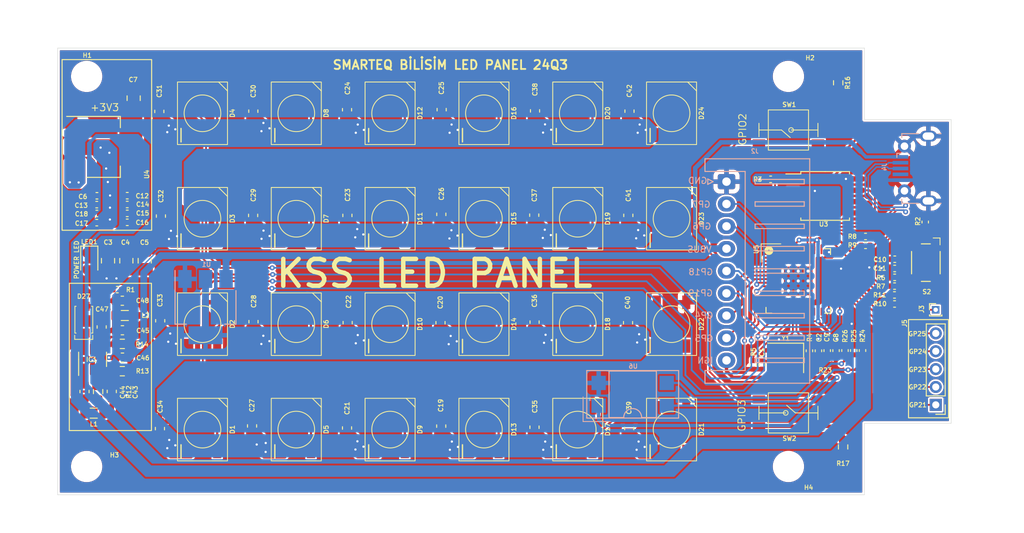
<source format=kicad_pcb>
(kicad_pcb (version 20240108) (generator "pcbnew") (generator_version "8.0")
  (title_block (title "KSS-E") (date "2020-07-13") (rev "REV1") (company "SmartEQ Bilisim"))
  (layers (0 "F.Cu" jumper) (31 "B.Cu" signal) (34 "B.Paste" user) (35 "F.Paste" user) (36 "B.SilkS" user "B.Silkscreen") (37 "F.SilkS" user "F.Silkscreen") (38 "B.Mask" user) (39 "F.Mask" user) (44 "Edge.Cuts" user))
  (net 0 "")
  (net 1 "GND")
  (net 2 "VBUS")
  (net 3 "/Main_MCU/XIN")
  (net 4 "Net-(C2-Pad1)")
  (net 5 "+3V3")
  (net 6 "+1V1")
  (net 7 "GPIO18")
  (net 8 "+5V")
  (net 9 "GPIO20")
  (net 10 "/Main_MCU/GPIO9")
  (net 11 "GPIO4")
  (net 12 "GPIO6")
  (net 13 "GPIO7")
  (net 14 "Net-(D4-DOUT)")
  (net 15 "Net-(D11-DIN)")
  (net 16 "Net-(D12-DIN)")
  (net 17 "Net-(D13-DIN)")
  (net 18 "GPIO5")
  (net 19 "Net-(D1-DOUT)")
  (net 20 "/Main_MCU/GPIO11")
  (net 21 "Net-(D2-DOUT)")
  (net 22 "/Main_MCU/GPIO16")
  (net 23 "/Main_MCU/GPIO17")
  (net 24 "Net-(D3-DOUT)")
  (net 25 "ADC_VREF")
  (net 26 "Net-(D5-DOUT)")
  (net 27 "Net-(D12-DOUT)")
  (net 28 "/Main_MCU/GPIO15")
  (net 29 "/Main_MCU/GPIO8")
  (net 30 "/Main_MCU/GPIO12")
  (net 31 "Net-(D16-DOUT)")
  (net 32 "Net-(D20-DOUT)")
  (net 33 "Net-(LED1-Pad2)")
  (net 34 "Net-(D10-DIN)")
  (net 35 "/Main_MCU/GPIO13")
  (net 36 "Net-(D10-DOUT)")
  (net 37 "Net-(D11-DOUT)")
  (net 39 "Net-(D13-DOUT)")
  (net 40 "/Main_MCU/GPIO14")
  (net 41 "GPIO19")
  (net 42 "Net-(D14-DOUT)")
  (net 43 "Net-(D15-DOUT)")
  (net 44 "Net-(D17-DOUT)")
  (net 45 "/Main_MCU/GPIO10")
  (net 46 "Net-(D18-DOUT)")
  (net 47 "Net-(D19-DOUT)")
  (net 48 "/Main_MCU/USB_D-")
  (net 49 "/Main_MCU/USB_D+")
  (net 50 "Net-(J3-Pin_1)")
  (net 51 "/Main_MCU/QSPI_SS")
  (net 52 "/Main_MCU/XOUT")
  (net 53 "Net-(U5-TESTEN)")
  (net 54 "Net-(U5-ADC_AVDD)")
  (net 55 "/Main_MCU/GPIO29_ADC3")
  (net 56 "Net-(R16-Pad1)")
  (net 57 "Net-(R17-Pad1)")
  (net 58 "/Main_MCU/GPIO21")
  (net 59 "/Main_MCU/GPIO22")
  (net 60 "/Main_MCU/GPIO23")
  (net 61 "/Main_MCU/GPIO24")
  (net 62 "/Main_MCU/GPIO25")
  (net 63 "/Main_MCU/QSPI_SD1")
  (net 64 "/Main_MCU/QSPI_SD2")
  (net 65 "/Main_MCU/QSPI_SD0")
  (net 66 "/Main_MCU/QSPI_SCLK")
  (net 67 "/Main_MCU/QSPI_SD3")
  (net 68 "/Main_MCU/GPIO0")
  (net 69 "/Main_MCU/GPIO1")
  (net 70 "/Main_MCU/GPIO2")
  (net 71 "/Main_MCU/GPIO3")
  (net 72 "/Main_MCU/SWCLK")
  (net 73 "/Main_MCU/SWD")
  (net 74 "/Main_MCU/RUN")
  (net 75 "/Main_MCU/GPIO26_ADC0")
  (net 76 "/Main_MCU/GPIO27_ADC1")
  (net 77 "/Main_MCU/GPIO28_ADC2")
  (net 80 "IGN")
  (net 81 "Net-(R23-Pad2)")
  (net 82 "Net-(R24-Pad1)")
  (net 83 "Net-(R25-Pad2)")
  (net 85 "/Main_MCU/USB_DP")
  (net 86 "/Main_MCU/USB_DN")
  (net 87 "Net-(IC1-FB)")
  (net 88 "Net-(IC1-SW)")
  (net 89 "Net-(IC1-BS)")
  (net 90 "Net-(IC1-IN)")
  (net 91 "Net-(IC1-EN)")
  (net 93 "/Main_MCU/~{USB_BOOT}")
  (footprint "Capacitor_SMD:C_0603_1608Metric" (layer "F.Cu") (at 116.456 107.5484 90)
    (property "Reference" "C32")
    (property "Value" "0.1uF")
  )
  (footprint "Footprint Library:LED_WS2812B_PLCC4_5.0x5.0mm_P3.2mm" (layer "F.Cu") (at 142.106 119.6484 90)
    (property "Reference" "D10")
    (property "Value" "WS2812B")
  )
  (footprint "Capacitor_SMD:C_0402_1005Metric" (layer "F.Cu") (at 198.566 115.3884 180)
    (property "Reference" "R7")
    (property "Value" "1R")
  )
  (footprint "Capacitor_SMD:C_0805_2012Metric" (layer "F.Cu") (at 110.536 112.5484 90)
    (property "Reference" "C3")
    (property "Value" "1uF")
  )
  (footprint "Capacitor_SMD:C_0603_1608Metric" (layer "F.Cu") (at 126.816 119.3684 90)
    (property "Reference" "C28")
    (property "Value" "0.1uF")
  )
  (footprint "Capacitor_SMD:C_0402_1005Metric" (layer "F.Cu") (at 111.576 115.7784 180)
    (property "Reference" "R1")
    (property "Value" "6.98K")
  )
  (footprint "Capacitor_SMD:C_0402_1005Metric" (layer "F.Cu") (at 109.296 105.2784 180)
    (property "Reference" "C6")
    (property "Value" "100nF")
  )
  (footprint "Footprint Library:LED_WS2812B_PLCC4_5.0x5.0mm_P3.2mm" (layer "F.Cu") (at 121.106 131.4484 90)
    (property "Reference" "D1")
    (property "Value" "WS2812B")
  )
  (footprint "Package_TO_SOT_SMD:SOT-223-3_TabPin2" (layer "F.Cu") (at 110.006 99.8084)
    (property "Reference" "U4")
    (property "Value" "LM1117-3.3")
  )
  (footprint "Capacitor_SMD:C_0603_1608Metric" (layer "F.Cu") (at 158.326 95.7784 90)
    (property "Reference" "C38")
    (property "Value" "0.1uF")
  )
  (footprint "Capacitor_SMD:C_0402_1005Metric" (layer "F.Cu") (at 193.996 122.5984 -90)
    (property "Reference" "R25")
    (property "Value" "DNP")
  )
  (footprint "Connector_PinHeader_2.00mm:PinHeader_1x05_P2.00mm_Vertical" (layer "F.Cu") (at 203.176 128.6784 180)
    (property "Reference" "J5")
    (property "Value" "DNP")
  )
  (footprint "Capacitor_SMD:C_0402_1005Metric" (layer "F.Cu") (at 193.016 122.5984 -90)
    (property "Reference" "R26")
    (property "Value" "1K")
  )
  (footprint "Capacitor_SMD:C_0402_1005Metric" (layer "F.Cu") (at 198.556 116.3784 180)
    (property "Reference" "R11")
    (property "Value" "1K")
  )
  (footprint "Inductor_SMD:L_0805_2012Metric" (layer "F.Cu") (at 108.936 129.6084 180)
    (property "Reference" "L1")
    (property "Value" "LQM21PN2R2MC0D")
  )
  (footprint "Capacitor_SMD:C_0402_1005Metric" (layer "F.Cu") (at 190.046 122.6284 90)
    (property "Reference" "C2")
    (property "Value" "27pF")
  )
  (footprint "Capacitor_SMD:C_0603_1608Metric" (layer "F.Cu") (at 147.746 119.4884 90)
    (property "Reference" "C20")
    (property "Value" "0.1uF")
  )
  (footprint "Footprint Library:LED_WS2812B_PLCC4_5.0x5.0mm_P3.2mm" (layer "F.Cu") (at 142.106 107.8484 90)
    (property "Reference" "D11")
    (property "Value" "WS2812B")
  )
  (footprint "Capacitor_SMD:C_0402_1005Metric" (layer "F.Cu") (at 112.686 107.2484)
    (property "Reference" "C15")
    (property "Value" "100nF")
  )
  (footprint "Capacitor_SMD:C_0603_1608Metric" (layer "F.Cu") (at 126.776 107.4784 90)
    (property "Reference" "C29")
    (property "Value" "0.1uF")
  )
  (footprint "Capacitor_SMD:C_0603_1608Metric" (layer "F.Cu") (at 137.286 95.6484 90)
    (property "Reference" "C24")
    (property "Value" "0.1uF")
  )
  (footprint "Capacitor_SMD:C_0603_1608Metric" (layer "F.Cu") (at 110.956 127.1784 90)
    (property "Reference" "C43")
    (property "Value" "33pF")
  )
  (footprint "Footprint Library:LED_WS2812B_PLCC4_5.0x5.0mm_P3.2mm" (layer "F.Cu") (at 121.106 119.6484 90)
    (property "Reference" "D2")
    (property "Value" "WS2812B")
  )
  (footprint "Capacitor_SMD:C_0603_1608Metric" (layer "F.Cu") (at 112.151 123.3884)
    (property "Reference" "C46")
    (property "Value" "10uF")
  )
  (footprint "Capacitor_SMD:C_0402_1005Metric" (layer "F.Cu") (at 194.976 122.5984 90)
    (property "Reference" "R24")
    (property "Value" "33R")
  )
  (footprint "Footprint Library:LED_WS2812B_PLCC4_5.0x5.0mm_P3.2mm" (layer "F.Cu") (at 142.106 96.0484 90)
    (property "Reference" "D12")
    (property "Value" "WS2812B")
  )
  (footprint "Footprint Library:LED_WS2812B_PLCC4_5.0x5.0mm_P3.2mm" (layer "F.Cu") (at 131.606 107.8484 90)
    (property "Reference" "D7")
    (property "Value" "WS2812B")
  )
  (footprint "Connector_PinHeader_1.00mm:PinHeader_1x01_P1.00mm_Vertical" (layer "F.Cu") (at 203.166 118.0384)
    (property "Reference" "J3")
    (property "Value" "DNP")
  )
  (footprint "Capacitor_SMD:C_0805_2012Metric" (layer "F.Cu") (at 112.586 112.5484 90)
    (property "Reference" "C4")
    (property "Value" "10uF")
  )
  (footprint "Resistor_SMD:R_0603_1608Metric" (layer "F.Cu") (at 192.806 133.3884 -90)
    (property "Reference" "R17")
    (property "Value" "22R")
  )
  (footprint "Capacitor_SMD:C_0603_1608Metric" (layer "F.Cu") (at 137.356 119.4784 90)
    (property "Reference" "C22")
    (property "Value" "0.1uF")
  )
  (footprint "Footprint Library:LED_WS2812B_PLCC4_5.0x5.0mm_P3.2mm" (layer "F.Cu") (at 173.606 107.8484 90)
    (property "Reference" "D23")
    (property "Value" "WS2812B")
  )
  (footprint "Footprint Library:LED_WS2812B_PLCC4_5.0x5.0mm_P3.2mm" (layer "F.Cu") (at 173.606 119.6484 90)
    (property "Reference" "D22")
    (property "Value" "WS2812B")
  )
  (footprint "Footprint Library:LED_WS2812B_PLCC4_5.0x5.0mm_P3.2mm" (layer "F.Cu") (at 173.606 96.0484 90)
    (property "Reference" "D24")
    (property "Value" "WS2812B")
  )
  (footprint "LED_SMD:LED_0805_2012Metric" (layer "F.Cu") (at 108.436 112.5984 -90)
    (property "Reference" "LED1")
    (property "Value" "NCD0805R1 ")
  )
  (footprint "Capacitor_SMD:C_0603_1608Metric" (layer "F.Cu") (at 109.826 119.9634 -90)
    (property "Reference" "C47")
    (property "Value" "10uF")
  )
  (footprint "RP2040_minimal:RP2040-QFN-56" (layer "F.Cu") (at 187.786 114.8109)
    (property "Reference" "U5")
    (property "Value" "RP2040")
  )
  (footprint "Crystal:Crystal_SMD_3225-4Pin_3.2x2.5mm" (layer "F.Cu") (at 186.386 123.4284 180)
    (property "Reference" "Y1")
    (property "Value" "12000Mhz")
  )
  (footprint "Footprint Library:LED_WS2812B_PLCC4_5.0x5.0mm_P3.2mm" (layer "F.Cu") (at 152.606 96.0484 90)
    (property "Reference" "D16")
    (property "Value" "WS2812B")
  )
  (footprint "Capacitor_SMD:C_0603_1608Metric" (layer "F.Cu") (at 147.826 131.0584 90)
    (property "Reference" "C19")
    (property "Value" "0.1uF")
  )
  (footprint "Package_SO:SOIC-8_5.23x5.23mm_P1.27mm" (layer "F.Cu") (at 190.796 105.2984)
    (property "Reference" "U3")
    (property "Value" "W25Q16JVS")
  )
  (footprint "Footprint Library:K2-1109SP-I4SA-04" (layer "F.Cu") (at 186.686 97.9184 90)
    (property "Reference" "SW1")
    (property "Value" "K2-1109SP-I4SA-04")
  )
  (footprint "Capacitor_SMD:C_0603_1608Metric" (layer "F.Cu") (at 116.276 95.8384 90)
    (property "Reference" "C31")
    (property "Value" "0.1uF")
  )
  (footprint "Capacitor_SMD:C_0402_1005Metric" (layer "F.Cu") (at 198.576 114.4084)
    (property "Reference" "R6")
    (property "Value" "200R")
  )
  (footprint "Capacitor_SMD:C_0603_1608Metric" (layer "F.Cu") (at 116.346 131.3384 90)
    (property "Reference" "C34")
    (property "Value" "0.1uF")
  )
  (footprint "Footprint Library:LED_WS2812B_PLCC4_5.0x5.0mm_P3.2mm" (layer "F.Cu") (at 152.606 107.8484 90)
    (property "Reference" "D15")
    (property "Value" "WS2812B")
  )
  (footprint "Capacitor_SMD:C_0603_1608Metric" (layer "F.Cu") (at 168.766 107.4734 90)
    (property "Reference" "C41")
    (property "Value" "0.1uF")
  )
  (footprint "Resistor_SMD:R_0603_1608Metric" (layer "F.Cu") (at 192.256 92.6334 90)
    (property "Reference" "R16")
    (property "Value" "22R")
  )
  (footprint "Footprint Library:SS14" (layer "F.Cu") (at 107.826 119.1484 90)
    (property "Reference" "D27")
    (property "Value" "SS14" (hide yes))
  )
  (footprint "Capacitor_SMD:C_0603_1608Metric" (layer "F.Cu") (at 126.796 95.8084 90)
    (property "Reference" "C30")
    (property "Value" "0.1uF")
  )
  (footprint "Capacitor_SMD:C_0402_1005Metric" (layer "F.Cu") (at 192.016 122.6084 -90)
    (property "Reference" "C8")
    (property "Value" "100nF")
  )
  (footprint "Footprint Library:LED_WS2812B_PLCC4_5.0x5.0mm_P3.2mm" (layer "F.Cu") (at 131.606 131.4484 90)
    (property "Reference" "D5")
    (property "Value" "WS2812B")
  )
  (footprint "Capacitor_SMD:C_0603_1608Metric" (layer "F.Cu") (at 137.326 107.4784 90)
    (property "Reference" "C23")
    (property "Value" "0.1uF")
  )
  (footprint "Capacitor_SMD:C_0603_1608Metric" (layer "F.Cu") (at 107.906 127.1884 -90)
    (property "Reference" "C44")
    (property "Value" "100nF")
  )
  (footprint "Capacitor_SMD:C_0402_1005Metric" (layer "F.Cu") (at 109.276 106.2684 180)
    (property "Reference" "C13")
    (property "Value" "100nF")
  )
  (footprint "Capacitor_SMD:C_0603_1608Metric" (layer "F.Cu") (at 126.656 131.0384 90)
    (property "Reference" "C27")
    (property "Value" "0.1uF")
  )
  (footprint "Capacitor_SMD:C_0805_2012Metric" (layer "F.Cu") (at 114.646 112.5484 90)
    (property "Reference" "C5")
    (property "Value" "1uF")
  )
  (footprint "Footprint Library:LED_WS2812B_PLCC4_5.0x5.0mm_P3.2mm" (layer "F.Cu") (at 121.106 96.0484 90)
    (property "Reference" "D4")
    (property "Value" "WS2812B")
  )
  (footprint "MountingHole:MountingHole_3mm" (layer "F.Cu") (at 108.146 135.5784)
    (property "Reference" "H3")
    (property "Value" "DNP")
  )
  (footprint "Capacitor_SMD:C_0603_1608Metric" (layer "F.Cu") (at 112.136 117.0284)
    (property "Reference" "C48")
    (property "Value" "1uF")
  )
  (footprint "Capacitor_SMD:C_0402_1005Metric" (layer "F.Cu") (at 201.996 108.2184 -90)
    (property "Reference" "R2")
    (property "Value" "1K")
  )
  (footprint "Footprint Library:SKRPANE010" (layer "F.Cu") (at 202.066 112.7634 -90)
    (property "Reference" "S2")
    (property "Value" "SKRPANE010" (hide yes))
  )
  (footprint "Resistor_SMD:R_0603_1608Metric" (layer "F.Cu") (at 109.426 127.1934 -90)
    (property "Reference" "R12")
    (property "Value" "23.7K")
  )
  (footprint "Capacitor_SMD:C_0402_1005Metric" (layer "F.Cu") (at 183.746 124.2084 -90)
    (property "Reference" "C1")
    (property "Value" "27pF")
  )
  (footprint "Footprint Library:LED_WS2812B_PLCC4_5.0x5.0mm_P3.2mm" (layer "F.Cu") (at 163.106 107.8484 90)
    (property "Reference" "D19")
    (property "Value" "WS2812B")
  )
  (footprint "Capacitor_SMD:C_0402_1005Metric" (layer "F.Cu") (at 189.036 122.6284 -90)
    (property "Reference" "R4")
    (property "Value" "1K")
  )
  (footprint "Capacitor_SMD:C_0402_1005Metric" (layer "F.Cu") (at 112.686 106.2584)
    (property "Reference" "C14")
    (property "Value" "100nF")
  )
  (footprint "Footprint Library:LED_WS2812B_PLCC4_5.0x5.0mm_P3.2mm" (layer "F.Cu") (at 163.106 119.6484 90)
    (property "Reference" "D18")
    (property "Value" "WS2812B")
  )
  (footprint "Inductor_SMD:L_0805_2012Metric" (layer "F.Cu") (at 112.416 118.6784)
    (property "Reference" "L2")
    (property "Value" "LQM21PN2R2MC0D")
  )
  (footprint "Resistor_SMD:R_0603_1608Metric" (layer "F.Cu") (at 112.136 121.8584)
    (property "Reference" "R14")
    (property "Value" "10K")
  )
  (footprint "Capacitor_SMD:C_0603_1608Metric" (layer "F.Cu") (at 112.146 120.3284 180)
    (property "Reference" "C45")
    (property "Value" "4.7uF/50V")
  )
  (footprint "Capacitor_SMD:C_0402_1005Metric" (layer "F.Cu") (at 191.026 122.6084 -90)
    (property "Reference" "C9")
    (property "Value" "100nF")
  )
  (footprint "MountingHole:MountingHole_3mm" (layer "F.Cu") (at 186.686 135.5784)
    (property "Reference" "H4")
    (property "Value" "DNP")
  )
  (footprint "Capacitor_SMD:C_0402_1005Metric" (layer "F.Cu") (at 198.566 117.3884)
    (property "Reference" "R10")
    (property "Value" "10K")
  )
  (footprint "Footprint Library:LED_WS2812B_PLCC4_5.0x5.0mm_P3.2mm" (layer "F.Cu") (at 163.106 96.0484 90)
    (property "Reference" "D20")
    (property "Value" "WS2812B")
  )
  (footprint "Capacitor_SMD:C_0402_1005Metric" (layer "F.Cu") (at 195.316 110.8284 180)
    (property "Reference" "R9")
    (property "Value" "27R")
  )
  (footprint "Package_TO_SOT_SMD:SOT-23-6" (layer "F.Cu") (at 108.806 123.5859 90)
    (property "Reference" "IC1")
    (property "Value" "BL9342")
  )
  (footprint "Footprint Library:LED_WS2812B_PLCC4_5.0x5.0mm_P3.2mm" (layer "F.Cu") (at 142.106 131.4484 90)
    (property "Reference" "D9")
    (property "Value" "WS2812B")
  )
  (footprint "Capacitor_SMD:C_0402_1005Metric" (layer "F.Cu") (at 198.586 112.3784)
    (property "Reference" "C10")
    (property "Value" "1uF")
  )
  (footprint "Footprint Library:LED_WS2812B_PLCC4_5.0x5.0mm_P3.2mm" (layer "F.Cu") (at 163.106 131.4484 90)
    (property "Reference" "D17")
    (property "Value" "WS2812B")
  )
  (footprint "Capacitor_SMD:C_0402_1005Metric" (layer "F.Cu") (at 112.686 105.2684)
    (property "Reference" "C12")
    (property "Value" "100nF")
  )
  (footprint "Capacitor_SMD:C_0402_1005Metric" (layer "F.Cu") (at 184.696 103.4384)
    (property "Reference" "R3")
    (property "Value" "DNP")
  )
  (footprint "Capacitor_SMD:C_0603_1608Metric" (layer "F.Cu") (at 116.376 119.2684 90)
    (property "Reference" "C33")
    (property "Value" "0.1uF")
  )
  (footprint "Capacitor_SMD:C_0603_1608Metric" (layer "F.Cu") (at 147.836 107.3584 90)
    (property "Reference" "C26")
    (property "Value" "0.1uF")
  )
  (footprint "Footprint Library:LED_WS2812B_PLCC4_5.0x5.0mm_P3.2mm" (layer "F.Cu") (at 152.606 119.6484 90)
    (property "Reference" "D14")
    (property "Value" "WS2812B")
  )
  (footprint "Capacitor_SMD:C_0402_1005Metric" (layer "F.Cu") (at 190.886 125.6284)
    (property "Reference" "R23")
    (property "Value" "2.2K")
  )
  (footprint "MountingHole:MountingHole_3mm" (layer "F.Cu") (at 108.146 91.9184)
    (property "Reference" "H1")
    (property "Value" "DNP")
  )
  (footprint "Capacitor_SMD:C_0603_1608Metric" (layer "F.Cu") (at 158.236 107.4484 90)
    (property "Reference" "C37")
    (property "Value" "0.1uF")
  )
  (footprint "Footprint Library:K2-1109SP-I4SA-04" (layer "F.Cu") (at 186.686 129.5784 -90)
    (property "Reference" "SW2")
    (property "Value" "K2-1109SP-I4SA-04" (hide yes))
  )
  (footprint "Resistor_SMD:R_0603_1608Metric" (layer "F.Cu") (at 112.136 124.9084)
    (property "Reference" "R13")
    (property "Value" "124K")
  )
  (footprint "Capacitor_SMD:C_0402_1005Metric" (layer "F.Cu") (at 109.276 108.2884 180)
    (property "Reference" "C17")
    (property "Value" "100nF")
  )
  (footprint "Footprint Library:LED_WS2812B_PLCC4_5.0x5.0mm_P3.2mm" (layer "F.Cu") (at 131.606 119.6484 90)
    (property "Reference" "D6")
    (property "Value" "WS2812B")
  )
  (footprint "Capacitor_SMD:C_0805_2012Metric" (layer "F.Cu") (at 113.406 94.3584 90)
    (property "Reference" "C7")
    (property "Value" "10uF")
  )
  (footprint "Capacitor_SMD:C_0603_1608Metric" (layer "F.Cu") (at 158.276 119.4184 90)
    (property "Reference" "C36")
    (property "Value" "0.1uF")
  )
  (footprint "Capacitor_SMD:C_0402_1005Metric" (layer "F.Cu") (at 112.686 108.2484)
    (property "Reference" "C16")
    (property "Value" "100nF")
  )
  (footprint "Capacitor_SMD:C_0603_1608Metric" (layer "F.Cu") (at 137.286 131.2684 90)
    (property "Reference" "C21")
    (property "Value" "0.1uF")
  )
  (footprint "Capacitor_SMD:C_0402_1005Metric" (layer "F.Cu") (at 195.316 109.8384 180)
    (property "Reference" "R8")
    (property "Value" "27R")
  )
  (footprint "Capacitor_SMD:C_0603_1608Metric" (layer "F.Cu") (at 158.266 131.1834 90)
    (property "Reference" "C35")
    (property "Value" "0.1uF")
  )
  (footprint "Footprint Library:LED_WS2812B_PLCC4_5.0x5.0mm_P3.2mm" (layer "F.Cu") (at 121.106 107.8484 90)
    (property "Reference" "D3")
    (property "Value" "WS2812B")
  )
  (footprint "Capacitor_SMD:C_0603_1608Metric" (layer "F.Cu") (at 168.896 95.8084 90)
    (property "Reference" "C42")
    (property "Value" "0.1uF")
  )
  (footprint "Capacitor_SMD:C_0402_1005Metric" (layer "F.Cu") (at 109.286 107.2584 180)
    (property "Reference" "C18")
    (property "Value" "100nF")
  )
  (footprint "Capacitor_SMD:C_0603_1608Metric" (layer "F.Cu") (at 168.736 119.4884 90)
    (property "Reference" "C40")
    (property "Value" "0.1uF")
  )
  (footprint "Capacitor_SMD:C_0402_1005Metric" (layer "F.Cu") (at 198.576 113.4184)
    (property "Reference" "C11")
    (property "Value" "1uF")
  )
  (footprint "Footprint Library:LED_WS2812B_PLCC4_5.0x5.0mm_P3.2mm" (layer "F.Cu") (at 173.606 131.4484 90)
    (property "Reference" "D21")
    (property "Value" "WS2812B")
  )
  (footprint "Capacitor_SMD:C_0603_1608Metric" (layer "F.Cu") (at 168.866 131.3284 90)
    (property "Reference" "C39")
    (property "Value" "0.1uF")
  )
  (footprint "Capacitor_SMD:C_0402_1005Metric" (layer "F.Cu") (at 182.756 124.2084 -90)
    (property "Reference" "R5")
    (property "Value" "0R")
  )
  (footprint "MountingHole:MountingHole_3mm" (layer "F.Cu") (at 186.686 91.9184)
    (property "Reference" "H2")
    (property "Value" "DNP")
  )
  (footprint "Capacitor_SMD:C_0603_1608Metric" (layer "F.Cu") (at 147.876 95.6384 90)
    (property "Reference" "C25")
    (property "Value" "0.1uF")
  )
  (footprint "Footprint Library:LED_WS2812B_PLCC4_5.0x5.0mm_P3.2mm" (layer "F.Cu") (at 131.606 96.0484 90)
    (property "Reference" "D8")
    (property "Value" "WS2812B")
  )
  (footprint "Footprint Library:LED_WS2812B_PLCC4_5.0x5.0mm_P3.2mm" (layer "F.Cu") (at 152.606 131.4484 90)
    (property "Reference" "D13")
    (property "Value" "WS2812B")
  )
  (footprint "Footprint Library:Micro-B SMD" (layer "B.Cu") (at 199.67225 102.2284 -90)
    (property "Reference" "J4")
    (property "Value" "SHOU HAN MICRO XNJ ZB" (hide yes))
  )
  (footprint "Package_TO_SOT_SMD:SOT-223-3_TabPin2" (layer "B.Cu") (at 121.446 117.7384 -90)
    (property "Reference" "U1")
    (property "Value" "DNP")
  )
  (footprint "Package_DIP:DIP-4_W7.62mm_SMDSocket_SmallPads" (layer "B.Cu") (at 169.256 127.4984)
    (property "Reference" "U6")
    (property "Value" "PC817")
  )
  (footprint "Connector_JST:JST_XH_S9B-XH-A_1x09_P2.50mm_Horizontal" (layer "B.Cu") (at 179.756 103.6984 -90)
    (property "Reference" "J2")
    (property "Value" "JST_XH_S9B-XH-A_1x09_P2.50mm_Horizontal_MALE")
  )
  (gr_rect (start 106.206 115.0734) (end 115.396 131.5534) (stroke (width 0.12)) (fill none) (layer "F.SilkS"))
  (gr_rect (start 200.126 119.1384) (end 204.606 130.1284) (stroke (width 0.12)) (fill none) (layer "F.SilkS"))
  (gr_rect (start 105.396 90.0384) (end 115.416 109.1384) (stroke (width 0.12)) (fill none) (layer "F.SilkS"))
  (gr_line (start 195.196 138.7484) (end 195.196 130.7484) (stroke (width 0.05)) (layer "Edge.Cuts"))
  (gr_line (start 195.196 138.7484) (end 104.896 138.7484) (stroke (width 0.05)) (layer "Edge.Cuts"))
  (gr_line (start 195.196 130.7484) (end 204.896 130.7484) (stroke (width 0.05)) (layer "Edge.Cuts"))
  (gr_line (start 195.196 88.7484) (end 104.896 88.7484) (stroke (width 0.05)) (layer "Edge.Cuts"))
  (gr_line (start 204.896 96.7484) (end 204.896 130.7484) (stroke (width 0.05)) (layer "Edge.Cuts"))
  (gr_line (start 195.196 96.7484) (end 204.896 96.7484) (stroke (width 0.05)) (layer "Edge.Cuts"))
  (gr_line (start 195.196 96.7484) (end 195.196 88.7484) (stroke (width 0.05)) (layer "Edge.Cuts"))
  (gr_line (start 104.896 88.7484) (end 104.896 138.7484) (stroke (width 0.05)) (layer "Edge.Cuts"))
  (gr_text "GP19" (at 178.286 116.5784 0) (layer "B.SilkS") (effects (font (size 0.7 0.7) (thickness 0.1)) (justify left bottom mirror)))
  (gr_text "GP5" (at 178.326 121.6584 0) (layer "B.SilkS") (effects (font (size 0.7 0.7) (thickness 0.1)) (justify left bottom mirror)))
  (gr_text "GP4" (at 178.326 119.0784 0) (layer "B.SilkS") (effects (font (size 0.7 0.7) (thickness 0.1)) (justify left bottom mirror)))
  (gr_text "GP18" (at 178.306 114.2184 0) (layer "B.SilkS") (effects (font (size 0.7 0.7) (thickness 0.1)) (justify left bottom mirror)))
  (gr_text "VBUS" (at 178.146 111.6884 0) (layer "B.SilkS") (effects (font (size 0.7 0.7) (thickness 0.1)) (justify left bottom mirror)))
  (gr_text "IGN" (at 178.326 124.1184 0) (layer "B.SilkS") (effects (font (size 0.7 0.7) (thickness 0.1) (bold yes)) (justify left bottom mirror)))
  (gr_text "GND" (at 177.656 103.9984 0) (layer "B.SilkS") (effects (font (size 0.7 0.7) (thickness 0.1)) (justify left bottom mirror)))
  (gr_text "GP6" (at 178.096 109.1084 0) (layer "B.SilkS") (effects (font (size 0.7 0.7) (thickness 0.1)) (justify left bottom mirror)))
  (gr_text "GP7\n" (at 178.016 106.6584 0) (layer "B.SilkS") (effects (font (size 0.7 0.7) (thickness 0.1)) (justify left bottom mirror)))
  (gr_text "GP22\n\n" (at 200.086 127.7884 -0) (layer "F.SilkS") (effects (font (size 0.5 0.5) (thickness 0.1) (bold yes)) (justify left bottom)))
  (gr_text "GPIO3" (at 181.936 131.7384 90) (layer "F.SilkS") (effects (font (size 0.8 0.8) (thickness 0.1)) (justify left bottom)))
  (gr_text "+3V3\n" (at 108.506 95.8684 0) (layer "F.SilkS") (effects (font (size 0.8 0.8) (thickness 0.1)) (justify left bottom)))
  (gr_text "GP25\n" (at 200.056 121.0284 -0) (layer "F.SilkS") (effects (font (size 0.5 0.5) (thickness 0.1) (bold yes)) (justify left bottom)))
  (gr_text "GP24\n\n" (at 200.116 123.8184 -0) (layer "F.SilkS") (effects (font (size 0.5 0.5) (thickness 0.1) (bold yes)) (justify left bottom)))
  (gr_text "KSS LED PANEL" (at 129.106 115.7384 0) (layer "F.SilkS") (effects (font (size 3 3) (thickness 0.5) (bold yes)) (justify left bottom)))
  (gr_text "GP23\n\n" (at 200.096 125.8384 -0) (layer "F.SilkS") (effects (font (size 0.5 0.5) (thickness 0.1) (bold yes)) (justify left bottom)))
  (gr_text "GP21\n\n" (at 200.136 129.7884 -0) (layer "F.SilkS") (effects (font (size 0.5 0.5) (thickness 0.1) (bold yes)) (justify left bottom)))
  (gr_text "GPIO2\n" (at 182.026 99.6984 90) (layer "F.SilkS") (effects (font (size 0.8 0.8) (thickness 0.1)) (justify left bottom)))
  (gr_text "SMARTEQ BİLİSİM LED PANEL 24Q3" (at 135.586 91.2184 0) (layer "F.SilkS") (effects (font (size 1 1) (thickness 0.2) (bold yes)) (justify left bottom)))
  (gr_text "POWER LED\n" (at 107.310857 114.659257 90) (layer "F.SilkS") (effects (font (size 0.5 0.5) (thickness 0.1)) (justify left bottom)))
  (segment (start 111.376 123.3884) (end 110.636 123.3884) (width 0.508) (layer "F.Cu") (net 1))
  (segment (start 108.806 123.7384) (end 108.796 123.7284) (width 0.508) (layer "F.Cu") (net 1))
  (segment (start 108.806 124.7234) (end 108.806 123.7384) (width 0.508) (layer "F.Cu") (net 1))
  (via (at 110.636 123.3884) (size 0.55) (drill 0.25) (layers "F.Cu" "B.Cu") (net 1))
  (via (at 108.796 123.7284) (size 0.55) (drill 0.25) (layers "F.Cu" "B.Cu") (net 1))
  (via (at 193.766 119.6084) (size 0.55) (drill 0.25) (layers "F.Cu" "B.Cu") (net 1))
  (via (at 192.576 113.4384) (size 0.55) (drill 0.25) (layers "F.Cu" "B.Cu") (net 1))
  (via (at 190.056 121.2984) (size 0.55) (drill 0.25) (layers "F.Cu" "B.Cu") (net 1))
  (via (at 195.736 113.2984) (size 0.55) (drill 0.25) (layers "F.Cu" "B.Cu") (net 1))
  (via (at 189.646 104.7384) (size 0.55) (drill 0.25) (layers "F.Cu" "B.Cu") (net 1))
  (via (at 192.076 121.2984) (size 0.55) (drill 0.25) (layers "F.Cu" "B.Cu") (net 1))
  (via (at 185.626 121.3584) (size 0.55) (drill 0.25) (layers "F.Cu" "B.Cu") (net 1))
  (segment (start 112.911 117.4634) (end 113.4785 118.0309) (width 0.762) (layer "F.Cu") (net 2))
  (segment (start 112.056 115.7784) (end 112.466 115.7784) (width 0.508) (layer "F.Cu") (net 2))
  (segment (start 113.4785 118.0309) (end 113.4785 118.6784) (width 0.762) (layer "F.Cu") (net 2))
  (segment (start 114.536 118.6084) (end 114.466 118.6784) (width 0.762) (layer "F.Cu") (net 2))
  (segment (start 114.076 121.8584) (end 112.961 121.8584) (width 0.762) (layer "F.Cu") (net 2))
  (segment (start 114.466 118.6784) (end 113.4785 118.6784) (width 0.762) (layer "F.Cu") (net 2))
  (segment (start 112.911 116.2234) (end 112.911 117.0284) (width 0.508) (layer "F.Cu") (net 2))
  (segment (start 112.466 115.7784) (end 112.911 116.2234) (width 0.508) (layer "F.Cu") (net 2))
  (segment (start 112.911 117.0284) (end 112.911 117.4634) (width 0.762) (layer "F.Cu") (net 2))
  (segment (start 114.096 121.8384) (end 114.076 121.8584) (width 0.508) (layer "F.Cu") (net 2))
  (via (at 114.096 121.8384) (size 0.55) (drill 0.25) (layers "F.Cu" "B.Cu") (net 2))
  (via (at 114.536 118.6084) (size 0.55) (drill 0.25) (layers "F.Cu" "B.Cu") (net 2))
  (segment (start 114.536 121.3984) (end 114.096 121.8384) (width 0.762) (layer "B.Cu") (net 2))
  (segment (start 123.746 112.4884) (end 123.746 114.5884) (width 0.762) (layer "B.Cu") (net 2))
  (segment (start 114.536 118.6084) (end 114.536 121.3984) (width 0.762) (layer "B.Cu") (net 2))
  (segment (start 176.256 109.4884) (end 177.966 111.1984) (width 0.508) (layer "B.Cu") (net 2))
  (segment (start 179.136 99.2984) (end 176.256 102.1784) (width 0.508) (layer "B.Cu") (net 2))
  (segment (start 124.246 111.9884) (end 177.176 111.9884) (width 0.762) (layer "B.Cu") (net 2))
  (segment (start 124.246 111.9884) (end 123.746 112.4884) (width 0.762) (layer "B.Cu") (net 2))
  (segment (start 177.966 111.1984) (end 179.756 111.1984) (width 0.762) (layer "B.Cu") (net 2))
  (segment (start 114.536 118.6084) (end 114.536 113.9084) (width 0.762) (layer "B.Cu") (net 2))
  (segment (start 193.736 99.2984) (end 179.136 99.2984) (width 0.508) (layer "B.Cu") (net 2))
  (segment (start 116.456 111.9884) (end 124.246 111.9884) (width 0.762) (layer "B.Cu") (net 2))
  (segment (start 194.766 100.3284) (end 195.366 100.9284) (width 0.381) (layer "B.Cu") (net 2))
  (segment (start 195.366 100.9284) (end 199.22475 100.9284) (width 0.381) (layer "B.Cu") (net 2))
  (segment (start 176.256 102.1784) (end 176.256 109.4884) (width 0.508) (layer "B.Cu") (net 2))
  (segment (start 194.766 100.3284) (end 193.736 99.2984) (width 0.508) (layer "B.Cu") (net 2))
  (segment (start 114.536 113.9084) (end 116.456 111.9884) (width 0.762) (layer "B.Cu") (net 2))
  (segment (start 177.176 111.9884) (end 177.966 111.1984) (width 0.762) (layer "B.Cu") (net 2))
  (segment (start 186.366 123.9884) (end 186.076 124.2784) (width 0.2) (layer "F.Cu") (net 3))
  (segment (start 186.366 121.4184) (end 186.366 123.9884) (width 0.2) (layer "F.Cu") (net 3))
  (segment (start 184.696 124.2784) (end 184.146 123.7284) (width 0.254) (layer "F.Cu") (net 3))
  (segment (start 187.186 120.5984) (end 186.366 121.4184) (width 0.2) (layer "F.Cu") (net 3))
  (segment (start 185.286 124.2784) (end 184.696 124.2784) (width 0.254) (layer "F.Cu") (net 3))
  (segment (start 187.186 118.2484) (end 187.186 120.5984) (width 0.2) (layer "F.Cu") (net 3))
  (segment (start 184.146 123.7284) (end 183.746 123.7284) (width 0.254) (layer "F.Cu") (net 3))
  (segment (start 186.076 124.2784) (end 185.286 124.2784) (width 0.2) (layer "F.Cu") (net 3))
  (segment (start 188.716 123.1084) (end 188.186 122.5784) (width 0.504) (layer "F.Cu") (net 4))
  (segment (start 188.186 122.5784) (end 187.486 122.5784) (width 0.504) (layer "F.Cu") (net 4))
  (segment (start 189.036 123.1084) (end 188.716 123.1084) (width 0.504) (layer "F.Cu") (net 4))
  (segment (start 189.036 123.1084) (end 190.046 123.1084) (width 0.504) (layer "F.Cu") (net 4))
  (segment (start 184.216 103.4384) (end 183.446 103.4384) (width 0.508) (layer "F.Cu") (net 5))
  (segment (start 194.976 121.0584) (end 194.736 120.8184) (width 0.381) (layer "F.Cu") (net 5))
  (segment (start 193.121 103.3934) (end 194.396 103.3934) (width 0.508) (layer "F.Cu") (net 5))
  (segment (start 194.976 122.1184) (end 194.976 121.0584) (width 0.381) (layer "F.Cu") (net 5))
  (via (at 110.756 106.6084) (size 0.55) (drill 0.25) (layers "F.Cu" "B.Cu") (net 5))
  (via (at 193.121 103.3934) (size 0.55) (drill 0.25) (layers "F.Cu" "B.Cu") (net 5))
  (via (at 194.736 120.8184) (size 0.55) (drill 0.25) (layers "F.Cu" "B.Cu") (net 5))
  (via (at 110.686 100.4684) (size 0.55) (drill 0.25) (layers "F.Cu" "B.Cu") (net 5))
  (via (at 183.446 103.4384) (size 0.55) (drill 0.25) (layers "F.Cu" "B.Cu") (net 5))
  (via (at 197.106 113.3784) (size 0.55) (drill 0.25) (layers "F.Cu" "B.Cu") (net 5))
  (via (at 110.766 105.2484) (size 0.55) (drill 0.25) (layers "F.Cu" "B.Cu") (net 5))
  (via (at 110.746 107.9384) (size 0.55) (drill 0.25) (layers "F.Cu" "B.Cu") (net 5))
  (via (at 191.226 111.5884) (size 0.55) (drill 0.25) (layers "F.Cu" "B.Cu") (net 5))
  (via (at 110.516 103.7384) (size 0.55) (drill 0.25) (layers "F.Cu" "B.Cu") (net 5))
  (via (at 197.116 114.2984) (size 0.55) (drill 0.25) (layers "F.Cu" "B.Cu") (net 5))
  (via (at 109.706 99.8884) (size 0.55) (drill 0.25) (layers "F.Cu" "B.Cu") (net 5))
  (via (at 110.326 102.2284) (size 0.55) (drill 0.25) (layers "F.Cu" "B.Cu") (net 5))
  (segment (start 191.026 122.1284) (end 192.016 122.1284) (width 0.341) (layer "F.Cu") (net 6))
  (segment (start 191.026 120.3984) (end 191.026 122.1284) (width 0.341) (layer "F.Cu") (net 6))
  (segment (start 198.106 112.3784) (end 194.496 112.3784) (width 0.254) (layer "F.Cu") (net 6))
  (segment (start 190.006 119.3184) (end 188.646 119.3184) (width 0.2) (layer "F.Cu") (net 6))
  (segment (start 192.146 110.0284) (end 190.076 110.0284) (width 0.254) (layer "F.Cu") (net 6))
  (segment (start 187.586 110.5284) (end 187.586 111.3734) (width 0.2) (layer "F.Cu") (net 6))
  (segment (start 188.646 119.3184) (end 188.386 119.0584) (width 0.2) (layer "F.Cu") (net 6))
  (segment (start 187.886 110.2284) (end 187.586 110.5284) (width 0.2) (layer "F.Cu") (net 6))
  (segment (start 189.586 110.5184) (end 189.586 111.3734) (width 0.2) (layer "F.Cu") (net 6))
  (segment (start 190.076 110.0284) (end 189.876 110.2284) (width 0.254) (layer "F.Cu") (net 6))
  (segment (start 190.006 119.3784) (end 191.026 120.3984) (width 0.341) (layer "F.Cu") (net 6))
  (segment (start 189.876 110.2284) (end 189.586 110.5184) (width 0.2) (layer "F.Cu") (net 6))
  (segment (start 188.386 119.0584) (end 188.386 118.2484) (width 0.2) (layer "F.Cu") (net 6))
  (segment (start 194.496 112.3784) (end 192.146 110.0284) (width 0.254) (layer "F.Cu") (net 6))
  (segment (start 190.006 119.3184) (end 190.006 119.3784) (width 0.341) (layer "F.Cu") (net 6))
  (via (at 187.886 110.2284) (size 0.55) (drill 0.25) (layers "F.Cu" "B.Cu") (net 6))
  (via (at 190.006 119.3184) (size 0.55) (drill 0.25) (layers "F.Cu" "B.Cu") (net 6))
  (via (at 189.876 110.2284) (size 0.55) (drill 0.25) (layers "F.Cu" "B.Cu") (net 6))
  (segment (start 187.886 110.2284) (end 189.876 110.2284) (width 0.341) (layer "B.Cu") (net 6))
  (segment (start 190.006 110.3584) (end 189.876 110.2284) (width 0.381) (layer "B.Cu") (net 6))
  (segment (start 190.006 119.3184) (end 190.006 110.3584) (width 0.381) (layer "B.Cu") (net 6))
  (segment (start 191.206 118.1084) (end 191.206 117.4284) (width 0.2) (layer "F.Cu") (net 7))
  (segment (start 191.206 117.4284) (end 191.2235 117.4109) (width 0.2) (layer "F.Cu") (net 7))
  (via (at 191.206 118.1084) (size 0.55) (drill 0.25) (layers "F.Cu" "B.Cu") (net 7))
  (segment (start 184.146 119.9584) (end 190.716 119.9584) (width 0.2) (layer "B.Cu") (net 7))
  (segment (start 182.316 114.9084) (end 182.316 118.1284) (width 0.2) (layer "B.Cu") (net 7))
  (segment (start 190.716 119.9584) (end 191.206 119.4684) (width 0.2) (layer "B.Cu") (net 7))
  (segment (start 181.106 113.6984) (end 182.316 114.9084) (width 0.2) (layer "B.Cu") (net 7))
  (segment (start 191.206 119.4684) (end 191.206 118.1084) (width 0.2) (layer "B.Cu") (net 7))
  (segment (start 179.756 113.6984) (end 181.106 113.6984) (width 0.2) (layer "B.Cu") (net 7))
  (segment (start 182.316 118.1284) (end 184.146 119.9584) (width 0.2) (layer "B.Cu") (net 7))
  (segment (start 110.956 129.2184) (end 110.956 127.9534) (width 0.508) (layer "F.Cu") (net 8))
  (segment (start 112.586 127.5984) (end 112.231 127.9534) (width 0.508) (layer "F.Cu") (net 8))
  (segment (start 112.231 127.9534) (end 110.956 127.9534) (width 0.508) (layer "F.Cu") (net 8))
  (segment (start 110.566 129.6084) (end 110.956 129.2184) (width 0.508) (layer "F.Cu") (net 8))
  (segment (start 112.961 127.2234) (end 112.961 123.4234) (width 0.508) (layer "F.Cu") (net 8))
  (segment (start 109.9985 129.6084) (end 110.566 129.6084) (width 0.508) (layer "F.Cu") (net 8))
  (segment (start 112.586 127.5984) (end 112.961 127.2234) (width 0.508) (layer "F.Cu") (net 8))
  (segment (start 112.961 123.4234) (end 112.926 123.3884) (width 0.508) (layer "F.Cu") (net 8))
  (via (at 159.3335 121.7359) (size 0.55) (drill 0.25) (layers "F.Cu" "B.Cu") (net 8))
  (via (at 170.596 133.3884) (size 0.55) (drill 0.25) (layers "F.Cu" "B.Cu") (net 8))
  (via (at 117.336 97.4284) (size 0.55) (drill 0.25) (layers "F.Cu" "B.Cu") (net 8))
  (via (at 138.486 120.8684) (size 0.55) (drill 0.25) (layers "F.Cu" "B.Cu") (net 8))
  (via (at 149.646 109.7384) (size 0.55) (drill 0.25) (layers "F.Cu" "B.Cu") (net 8))
  (via (at 149.566 121.5684) (size 0.55) (drill 0.25) (layers "F.Cu" "B.Cu") (net 8))
  (via (at 159.226 98.2084) (size 0.55) (drill 0.25) (layers "F.Cu" "B.Cu") (net 8))
  (via (at 117.496 120.6984) (size 0.55) (drill 0.25) (layers "F.Cu" "B.Cu") (net 8))
  (via (at 138.486 97.3084) (size 0.55) (drill 0.25) (layers "F.Cu" "B.Cu") (net 8))
  (via (at 170.656 121.3784) (size 0.55) (drill 0.25) (layers "F.Cu" "B.Cu") (net 8))
  (via (at 128.616 109.7784) (size 0.55) (drill 0.25) (layers "F.Cu" "B.Cu") (net 8))
  (via (at 148.986 97.3084) (size 0.55) (drill 0.25) (layers "F.Cu" "B.Cu") (net 8))
  (via (at 160.146 133.3884) (size 0.55) (drill 0.25) (layers "F.Cu" "B.Cu") (net 8))
  (via (at 117.386 132.6084) (size 0.55) (drill 0.25) (layers "F.Cu" "B.Cu") (net 8))
  (via (at 106.266 103.7684) (size 0.55) (drill 0.25) (layers "F.Cu" "B.Cu") (net 8))
  (via (at 139.166 97.9084) (size 0.55) (drill 0.25) (layers "F.Cu" "B.Cu") (net 8))
  (via (at 149.666 97.9084) (size 0.55) (drill 0.25) (layers "F.Cu" "B.Cu") (net 8))
  (via (at 170.716 97.9084) (size 0.55) (drill 0.25) (layers "F.Cu" "B.Cu") (net 8))
  (via (at 159.196 109.9984) (size 0.55) (drill 0.25) (layers "F.Cu" "B.Cu") (net 8))
  (via (at 159.246 133.7084) (size 0.55) (drill 0.25) (layers "F.Cu" "B.Cu") (net 8))
  (via (at 118.136 121.8384) (size 0.55) (drill 0.25) (layers "F.Cu" "B.Cu") (net 8))
  (via (at 117.166 133.5284) (size 0.55) (drill 0.25) (layers "F.Cu" "B.Cu") (net 8))
  (via (at 139.166 121.4684) (size 0.55) (drill 0.25) (layers "F.Cu" "B.Cu") (net 8))
  (via (at 127.716 110.0984) (size 0.55) (drill 0.25) (layers "F.Cu" "B.Cu") (net 8))
  (via (at 127.916 120.9484) (size 0.55) (drill 0.25) (layers "F.Cu" "B.Cu") (net 8))
  (via (at 138.266 98.2284) (size 0.55) (drill 0.25) (layers "F.Cu" "B.Cu") (net 8))
  (via (at 139.106 109.6084) (size 0.55) (drill 0.25) (layers "F.Cu" "B.Cu") (net 8))
  (via (at 170.546 109.7184) (size 0.55) (drill 0.25) (layers "F.Cu" "B.Cu") (net 8))
  (via (at 170.036 97.3084) (size 0.55) (drill 0.25) (layers "F.Cu" "B.Cu") (net 8))
  (via (at 128.606 97.7284) (size 0.55) (drill 0.25) (layers "F.Cu" "B.Cu") (net 8))
  (via (at 169.816 98.2284) (size 0.55) (drill 0.25) (layers "F.Cu" "B.Cu") (net 8))
  (via (at 107.246 103.7884) (size 0.55) (drill 0.25) (layers "F.Cu" "B.Cu") (net 8))
  (via (at 169.646 110.0384) (size 0.55) (drill 0.25) (layers "F.Cu" "B.Cu") (net 8))
  (via (at 159.446 97.2884) (size 0.55) (drill 0.25) (layers "F.Cu" "B.Cu") (net 8))
  (via (at 148.666 121.8884) (size 0.55) (drill 0.25) (layers "F.Cu" "B.Cu") (net 8))
  (via (at 148.886 120.9684) (size 0.55) (drill 0.25) (layers "F.Cu" "B.Cu") (net 8))
  (via (at 139.126 133.3584) (size 0.55) (drill 0.25) (layers "F.Cu" "B.Cu") (net 8))
  (via (at 169.866 109.1184) (size 0.55) (drill 0.25) (layers "F.Cu" "B.Cu") (net 8))
  (via (at 118.256 109.7984) (size 0.55) (drill 0.25) (layers "F.Cu" "B.Cu") (net 8))
  (via (at 128.596 121.5484) (size 0.55) (drill 0.25) (layers "F.Cu" "B.Cu") (net 8))
  (via (at 127.706 98.0484) (size 0.55) (drill 0.25) (layers "F.Cu" "B.Cu") (net 8))
  (via (at 169.696 133.7084) (size 0.55) (drill 0.25) (layers "F.Cu" "B.Cu") (net 8))
  (via (at 148.796 133.7084) (size 0.55) (drill 0.25) (layers "F.Cu" "B.Cu") (net 8))
  (via (at 159.506 120.8384) (size 0.55) (drill 0.25) (layers "F.Cu" "B.Cu") (net 8))
  (via (at 138.226 133.6784) (size 0.55) (drill 0.25) (layers "F.Cu" "B.Cu") (net 8))
  (via (at 128.186 132.9484) (size 0.55) (drill 0.25) (layers "F.Cu" "B.Cu") (net 8))
  (via (at 169.916 132.7884) (size 0.55) (drill 0.25) (layers "F.Cu" "B.Cu") (net 8))
  (via (at 149.696 133.3884) (size 0.55) (drill 0.25) (layers "F.Cu" "B.Cu") (net 8))
  (via (at 169.976 120.7784) (size 0.55) (drill 0.25) (layers "F.Cu" "B.Cu") (net 8))
  (via (at 159.416 109.0784) (size 0.55) (drill 0.25) (layers "F.Cu" "B.Cu") (net 8))
  (via (at 118.066 133.2084) (size 0.55) (drill 0.25) (layers "F.Cu" "B.Cu") (net 8))
  (via (at 128.176 133.9484) (size 0.55) (drill 0.25) (layers "F.Cu" "B.Cu") (net 8))
  (via (at 159.466 132.7884) (size 0.55) (drill 0.25) (layers "F.Cu" "B.Cu") (net 8))
  (via (at 149.016 132.7884) (size 0.55) (drill 0.25) (layers "F.Cu" "B.Cu") (net 8))
  (via (at 127.696 121.8684) (size 0.55) (drill 0.25) (layers "F.Cu" "B.Cu") (net 8))
  (via (at 117.576 109.1984) (size 0.55) (drill 0.25) (layers "F.Cu" "B.Cu") (net 8))
  (via (at 112.586 127.5984) (size 0.55) (drill 0.25) (layers "F.Cu" "B.Cu") (net 8))
  (via (at 138.206 109.9284) (size 0.55) (drill 0.25) (layers "F.Cu" "B.Cu") (net 8))
  (via (at 127.926 97.1284) (size 0.55) (drill 0.25) (layers "F.Cu" "B.Cu") (net 8))
  (via (at 117.356 110.1184) (size 0.55) (drill 0.25) (layers "F.Cu" "B.Cu") (net 8))
  (via (at 118.066 97.8384) (size 0.55) (drill 0.25) (layers "F.Cu" "B.Cu") (net 8))
  (via (at 138.426 109.0084) (size 0.55) (drill 0.25) (layers "F.Cu" "B.Cu") (net 8))
  (via (at 148.766 98.2284) (size 0.55) (drill 0.25) (layers "F.Cu" "B.Cu") (net 8))
  (via (at 160.186 121.4384) (size 0.55) (drill 0.25) (layers "F.Cu" "B.Cu") (net 8))
  (via (at 127.936 109.1784) (size 0.55) (drill 0.25) (layers "F.Cu" "B.Cu") (net 8))
  (via (at 148.966 109.1384) (size 0.55) (drill 0.25) (layers "F.Cu" "B.Cu") (net 8))
  (via (at 148.746 110.0584) (size 0.55) (drill 0.25) (layers "F.Cu" "B.Cu") (net 8))
  (via (at 138.446 132.7584) (size 0.55) (drill 0.25) (layers "F.Cu" "B.Cu") (net 8))
  (via (at 138.266 121.7884) (size 0.55) (drill 0.25) (layers "F.Cu" "B.Cu") (net 8))
  (via (at 110.376 114.5284) (size 0.55) (drill 0.25) (layers "F.Cu" "B.Cu") (net 8))
  (via (at 111.476 114.5284) (size 0.55) (drill 0.25) (layers "F.Cu" "B.Cu") (net 8))
  (via (at 117.166 98.1584) (size 0.55) (drill 0.25) (layers "F.Cu" "B.Cu") (net 8))
  (via (at 160.126 97.8884) (size 0.55) (drill 0.25) (layers "F.Cu" "B.Cu") (net 8))
  (via (at 127.176 133.1184) (size 0.55) (drill 0.25) (layers "F.Cu" "B.Cu") (net 8))
  (via (at 160.096 109.6784) (size 0.55) (drill 0.25) (layers "F.Cu" "B.Cu") (net 8))
  (via (at 117.276 121.6184) (size 0.55) (drill 0.25) (layers "F.Cu" "B.Cu") (net 8))
  (via (at 169.756 121.6984) (size 0.55) (drill 0.25) (layers "F.Cu" "B.Cu") (net 8))
  (segment (start 121.446 120.8884) (end 121.446 114.5884) (width 0.762) (layer "B.Cu") (net 8))
  (segment (start 192.2185 116.6109) (end 193.016 117.4084) (width 0.2) (layer "F.Cu") (net 9))
  (segment (start 191.2235 116.6109) (end 192.2185 116.6109) (width 0.2) (layer "F.Cu") (net 9))
  (segment (start 193.016 117.4084) (end 193.016 122.1184) (width 0.2) (layer "F.Cu") (net 9))
  (segment (start 181.486 115.0784) (end 182.3535 114.2109) (width 0.2) (layer "F.Cu") (net 11))
  (segment (start 179.756 118.6984) (end 180.256 118.6984) (width 0.2) (layer "F.Cu") (net 11))
  (segment (start 180.256 118.6984) (end 181.486 117.4684) (width 0.2) (layer "F.Cu") (net 11))
  (segment (start 182.3535 114.2109) (end 184.3485 114.2109) (width 0.2) (layer "F.Cu") (net 11))
  (segment (start 181.486 117.4684) (end 181.486 115.0784) (width 0.2) (layer "F.Cu") (net 11))
  (segment (start 184.3485 115.0109) (end 183.326674 115.0109) (width 0.2) (layer "F.Cu") (net 12))
  (segment (start 183.326674 115.0109) (end 183.137587 115.199987) (width 0.2) (layer "F.Cu") (net 12))
  (via (at 183.137587 115.199987) (size 0.55) (drill 0.25) (layers "F.Cu" "B.Cu") (net 12))
  (segment (start 180.656 108.6984) (end 183.137587 111.179987) (width 0.2) (layer "B.Cu") (net 12))
  (segment (start 179.756 108.6984) (end 180.656 108.6984) (width 0.2) (layer "B.Cu") (net 12))
  (segment (start 183.137587 111.179987) (end 183.137587 115.199987) (width 0.2) (layer "B.Cu") (net 12))
  (segment (start 184.3485 115.4109) (end 183.739847 115.4109) (width 0.2) (layer "F.Cu") (net 13))
  (segment (start 183.182347 115.9684) (end 183.106 115.9684) (width 0.2) (layer "F.Cu") (net 13))
  (segment (start 183.739847 115.4109) (end 183.182347 115.9684) (width 0.2) (layer "F.Cu") (net 13))
  (via (at 183.106 115.9684) (size 0.55) (drill 0.25) (layers "F.Cu" "B.Cu") (net 13))
  (segment (start 179.756 106.1984) (end 181.166 106.1984) (width 0.2) (layer "B.Cu") (net 13))
  (segment (start 181.166 106.1984) (end 183.946 108.9784) (width 0.2) (layer "B.Cu") (net 13))
  (segment (start 183.946 108.9784) (end 183.946 115.204747) (width 0.2) (layer "B.Cu") (net 13))
  (segment (start 183.182347 115.9684) (end 183.106 115.9684) (width 0.2) (layer "B.Cu") (net 13))
  (segment (start 183.946 115.204747) (end 183.182347 115.9684) (width 0.2) (layer "B.Cu") (net 13))
  (segment (start 122.756 96.0584) (end 125.216 93.5984) (width 0.254) (layer "F.Cu") (net 14))
  (segment (start 125.216 93.5984) (end 129.956 93.5984) (width 0.254) (layer "F.Cu") (net 14))
  (segment (start 122.756 98.4984) (end 122.756 96.0584) (width 0.254) (layer "F.Cu") (net 14))
  (segment (start 133.256 110.2984) (end 133.256 107.5884) (width 0.254) (layer "F.Cu") (net 15))
  (segment (start 133.256 107.5884) (end 135.446 105.3984) (width 0.254) (layer "F.Cu") (net 15))
  (segment (start 135.446 105.3984) (end 140.456 105.3984) (width 0.254) (layer "F.Cu") (net 15))
  (segment (start 133.256 96.0884) (end 135.716 93.6284) (width 0.254) (layer "F.Cu") (net 16))
  (segment (start 133.256 98.8984) (end 133.256 96.0884) (width 0.254) (layer "F.Cu") (net 16))
  (segment (start 140.426 93.6284) (end 140.456 93.5984) (width 0.254) (layer "F.Cu") (net 16))
  (segment (start 135.716 93.6284) (end 140.426 93.6284) (width 0.254) (layer "F.Cu") (net 16))
  (segment (start 143.756 133.8984) (end 143.756 131.2184) (width 0.254) (layer "F.Cu") (net 17))
  (segment (start 143.756 131.2184) (end 145.976 128.9984) (width 0.254) (layer "F.Cu") (net 17))
  (segment (start 145.976 128.9984) (end 150.956 128.9984) (width 0.254) (layer "F.Cu") (net 17))
  (segment (start 182.9135 114.6109) (end 184.3485 114.6109) (width 0.2) (layer "F.Cu") (net 18))
  (segment (start 179.756 121.1984) (end 179.766 121.1984) (width 0.2) (layer "F.Cu") (net 18))
  (segment (start 179.766 121.1984) (end 181.886 119.0784) (width 0.2) (layer "F.Cu") (net 18))
  (segment (start 181.886 119.0784) (end 181.886 115.6384) (width 0.2) (layer "F.Cu") (net 18))
  (segment (start 181.886 115.6384) (end 182.9135 114.6109) (width 0.2) (layer "F.Cu") (net 18))
  (segment (start 122.756 131.2084) (end 124.966 128.9984) (width 0.254) (layer "F.Cu") (net 19))
  (segment (start 122.756 133.8984) (end 122.756 131.2084) (width 0.254) (layer "F.Cu") (net 19))
  (segment (start 124.966 128.9984) (end 129.956 128.9984) (width 0.254) (layer "F.Cu") (net 19))
  (segment (start 182.526 121.4784) (end 182.526 120.4084) (width 0.2) (layer "F.Cu") (net 20))
  (segment (start 122.936101 114.088501) (end 121.106 112.2584) (width 0.2) (layer "F.Cu") (net 20))
  (segment (start 128.958499 114.088501) (end 122.936101 114.088501) (width 0.2) (layer "F.Cu") (net 20))
  (segment (start 121.106 106.2484) (end 120.256 105.3984) (width 0.2) (layer "F.Cu") (net 20))
  (segment (start 121.106 112.2584) (end 121.106 106.2484) (width 0.2) (layer "F.Cu") (net 20))
  (segment (start 183.326 119.6084) (end 183.326 117.6884) (width 0.2) (layer "F.Cu") (net 20))
  (segment (start 120.256 105.3984) (end 119.456 105.3984) (width 0.2) (layer "F.Cu") (net 20))
  (segment (start 183.326 117.6884) (end 183.6035 117.4109) (width 0.2) (layer "F.Cu") (net 20))
  (segment (start 182.526 120.4084) (end 183.326 119.6084) (width 0.2) (layer "F.Cu") (net 20))
  (segment (start 183.6035 117.4109) (end 184.3485 117.4109) (width 0.2) (layer "F.Cu") (net 20))
  (via (at 128.958499 114.088501) (size 0.55) (drill 0.25) (layers "F.Cu" "B.Cu") (net 20))
  (via (at 182.526 121.4784) (size 0.55) (drill 0.25) (layers "F.Cu" "B.Cu") (net 20))
  (segment (start 182.526 121.4784) (end 182.526 124.4584) (width 0.2) (layer "B.Cu") (net 20))
  (segment (start 181.256 125.7284) (end 177.906 125.7284) (width 0.2) (layer "B.Cu") (net 20))
  (segment (start 176.816 119.5884) (end 171.316 114.0884) (width 0.2) (layer "B.Cu") (net 20))
  (segment (start 177.906 125.7284) (end 176.816 124.6384) (width 0.2) (layer "B.Cu") (net 20))
  (segment (start 182.526 124.4584) (end 181.256 125.7284) (width 0.2) (layer "B.Cu") (net 20))
  (segment (start 128.9586 114.0884) (end 128.958499 114.088501) (width 0.2) (layer "B.Cu") (net 20))
  (segment (start 176.816 124.6384) (end 176.816 119.5884) (width 0.2) (layer "B.Cu") (net 20))
  (segment (start 171.316 114.0884) (end 128.9586 114.0884) (width 0.2) (layer "B.Cu") (net 20))
  (segment (start 125.596 117.1984) (end 129.956 117.1984) (width 0.254) (layer "F.Cu") (net 21))
  (segment (start 122.756 120.0384) (end 125.596 117.1984) (width 0.254) (layer "F.Cu") (net 21))
  (segment (start 122.756 122.0984) (end 122.756 120.0384) (width 0.254) (layer "F.Cu") (net 21))
  (segment (start 125.086 105.3984) (end 129.956 105.3984) (width 0.254) (layer "F.Cu") (net 24))
  (segment (start 122.756 107.7284) (end 125.086 105.3984) (width 0.254) (layer "F.Cu") (net 24))
  (segment (start 122.756 110.2984) (end 122.756 107.7284) (width 0.254) (layer "F.Cu") (net 24))
  (segment (start 199.046 114.4184) (end 199.056 114.4084) (width 0.254) (layer "F.Cu") (net 25))
  (segment (start 199.046 115.3884) (end 199.046 114.4184) (width 0.254) (layer "F.Cu") (net 25))
  (segment (start 133.256 133.8984) (end 133.256 131.7084) (width 0.254) (layer "F.Cu") (net 26))
  (segment (start 135.966 128.9984) (end 140.456 128.9984) (width 0.254) (layer "F.Cu") (net 26))
  (segment (start 133.256 131.7084) (end 135.966 128.9984) (width 0.254) (layer "F.Cu") (net 26))
  (segment (start 143.756 98.8984) (end 143.756 95.9484) (width 0.254) (layer "F.Cu") (net 27))
  (segment (start 143.756 95.9484) (end 146.106 93.5984) (width 0.254) (layer "F.Cu") (net 27))
  (segment (start 146.106 93.5984) (end 150.956 93.5984) (width 0.254) (layer "F.Cu") (net 27))
  (segment (start 183.271112 120.9984) (end 183.271112 120.753288) (width 0.2) (layer "F.Cu") (net 30))
  (segment (start 122.336 114.8384) (end 119.976 117.1984) (width 0.2) (layer "F.Cu") (net 30))
  (segment (start 119.976 117.1984) (end 119.456 117.1984) (width 0.2) (layer "F.Cu") (net 30))
  (segment (start 128.946 114.8384) (end 122.336 114.8384) (width 0.2) (layer "F.Cu") (net 30))
  (segment (start 183.271112 120.753288) (end 185.186 118.8384) (width 0.2) (layer "F.Cu") (net 30))
  (segment (start 185.186 118.8384) (end 185.186 118.2484) (width 0.2) (layer "F.Cu") (net 30))
  (via (at 183.271112 120.9984) (size 0.55) (drill 0.25) (layers "F.Cu" "B.Cu") (net 30))
  (via (at 128.946 114.8384) (size 0.55) (drill 0.25) (layers "F.Cu" "B.Cu") (net 30))
  (segment (start 183.246 124.6584) (end 181.496 126.4084) (width 0.2) (layer "B.Cu") (net 30))
  (segment (start 183.271112 120.9984) (end 183.246 121.023512) (width 0.2) (layer "B.Cu") (net 30))
  (segment (start 128.956 114.8484) (end 128.946 114.8384) (width 0.2) (layer "B.Cu") (net 30))
  (segment (start 181.496 126.4084) (end 177.476 126.4084) (width 0.2) (layer "B.Cu") (net 30))
  (segment (start 175.856 119.8984) (end 170.806 114.8484) (width 0.2) (layer "B.Cu") (net 30))
  (segment (start 177.476 126.4084) (end 175.856 124.7884) (width 0.2) (layer "B.Cu") (net 30))
  (segment (start 170.806 114.8484) (end 128.956 114.8484) (width 0.2) (layer "B.Cu") (net 30))
  (segment (start 175.856 124.7884) (end 175.856 119.8984) (width 0.2) (layer "B.Cu") (net 30))
  (segment (start 183.246 121.023512) (end 183.246 124.6584) (width 0.2) (layer "B.Cu") (net 30))
  (segment (start 156.646 93.5984) (end 161.456 93.5984) (width 0.254) (layer "F.Cu") (net 31))
  (segment (start 154.256 95.9884) (end 156.646 93.5984) (width 0.254) (layer "F.Cu") (net 31))
  (segment (start 154.256 98.8984) (end 154.256 95.9884) (width 0.254) (layer "F.Cu") (net 31))
  (segment (start 164.756 95.9584) (end 167.106 93.6084) (width 0.254) (layer "F.Cu") (net 32))
  (segment (start 171.946 93.6084) (end 171.956 93.5984) (width 0.254) (layer "F.Cu") (net 32))
  (segment (start 164.756 98.8984) (end 164.756 95.9584) (width 0.254) (layer "F.Cu") (net 32))
  (segment (start 167.106 93.6084) (end 171.946 93.6084) (width 0.254) (layer "F.Cu") (net 32))
  (segment (start 109.156 115.7784) (end 108.436 115.0584) (width 0.508) (layer "F.Cu") (net 33))
  (segment (start 111.096 115.7784) (end 109.156 115.7784) (width 0.508) (layer "F.Cu") (net 33))
  (segment (start 108.436 115.0584) (end 108.436 113.5359) (width 0.508) (layer "F.Cu") (net 33))
  (segment (start 133.246 122.1084) (end 133.246 119.5584) (width 0.254) (layer "F.Cu") (net 34))
  (segment (start 135.596 117.2084) (end 140.446 117.2084) (width 0.254) (layer "F.Cu") (net 34))
  (segment (start 133.246 119.5584) (end 135.596 117.2084) (width 0.254) (layer "F.Cu") (net 34))
  (segment (start 121.146 116.9784) (end 122.486 115.6384) (width 0.2) (layer "F.Cu") (net 35))
  (segment (start 119.456 128.9984) (end 120.286 128.9984) (width 0.2) (layer "F.Cu") (net 35))
  (segment (start 121.146 128.1384) (end 121.146 116.9784) (width 0.2) (layer "F.Cu") (net 35))
  (segment (start 185.586 119.5384) (end 185.586 118.2484) (width 0.2) (layer "F.Cu") (net 35))
  (segment (start 184.068848 121.0634) (end 184.068848 121.055552) (width 0.2) (layer "F.Cu") (net 35))
  (segment (start 120.286 128.9984) (end 121.146 128.1384) (width 0.2) (layer "F.Cu") (net 35))
  (segment (start 122.486 115.6384) (end 128.876 115.6384) (width 0.2) (layer "F.Cu") (net 35))
  (segment (start 184.068848 121.055552) (end 185.586 119.5384) (width 0.2) (layer "F.Cu") (net 35))
  (via (at 128.876 115.6384) (size 0.55) (drill 0.25) (layers "F.Cu" "B.Cu") (net 35))
  (via (at 184.068848 121.0634) (size 0.55) (drill 0.25) (layers "F.Cu" "B.Cu") (net 35))
  (segment (start 176.886 127.0784) (end 175.156 125.3484) (width 0.2) (layer "B.Cu") (net 35))
  (segment (start 183.976 124.7684) (end 181.666 127.0784) (width 0.2) (layer "B.Cu") (net 35))
  (segment (start 184.068848 121.0634) (end 183.976 121.156248) (width 0.2) (layer "B.Cu") (net 35))
  (segment (start 181.666 127.0784) (end 176.886 127.0784) (width 0.2) (layer "B.Cu") (net 35))
  (segment (start 175.156 125.3484) (end 175.156 120.3084) (width 0.2) (layer "B.Cu") (net 35))
  (segment (start 183.976 121.156248) (end 183.976 124.7684) (width 0.2) (layer "B.Cu") (net 35))
  (segment (start 170.486 115.6384) (end 128.876 115.6384) (width 0.2) (layer "B.Cu") (net 35))
  (segment (start 175.156 120.3084) (end 170.486 115.6384) (width 0.2) (layer "B.Cu") (net 35))
  (segment (start 143.776 122.0884) (end 143.776 119.4084) (width 0.254) (layer "F.Cu") (net 36))
  (segment (start 143.776 119.4084) (end 145.996 117.1884) (width 0.254) (layer "F.Cu") (net 36))
  (segment (start 145.996 117.1884) (end 150.976 117.1884) (width 0.254) (layer "F.Cu") (net 36))
  (segment (start 146.496 105.4184) (end 150.876 105.4184) (width 0.254) (layer "F.Cu") (net 37))
  (segment (start 143.756 110.2984) (end 143.756 108.1584) (width 0.254) (layer "F.Cu") (net 37))
  (segment (start 143.756 108.1584) (end 146.496 105.4184) (width 0.254) (layer "F.Cu") (net 37))
  (segment (start 154.256 131.5684) (end 156.826 128.9984) (width 0.254) (layer "F.Cu") (net 39))
  (segment (start 156.826 128.9984) (end 161.456 128.9984) (width 0.254) (layer "F.Cu") (net 39))
  (segment (start 154.256 133.8984) (end 154.256 131.5684) (width 0.254) (layer "F.Cu") (net 39))
  (segment (start 192.436 117.394086) (end 192.436 118.2284) (width 0.2) (layer "F.Cu") (net 41))
  (segment (start 192.052814 117.0109) (end 192.436 117.394086) (width 0.2) (layer "F.Cu") (net 41))
  (segment (start 191.2235 117.0109) (end 192.052814 117.0109) (width 0.2) (layer "F.Cu") (net 41))
  (via (at 192.436 118.2284) (size 0.55) (drill 0.25) (layers "F.Cu" "B.Cu") (net 41))
  (segment (start 181.076 116.1984) (end 181.696 116.8184) (width 0.2) (layer "B.Cu") (net 41))
  (segment (start 192.436 119.4784) (end 192.436 118.2284) (width 0.2) (layer "B.Cu") (net 41))
  (segment (start 181.696 118.6084) (end 183.576 120.4884) (width 0.2) (layer "B.Cu") (net 41))
  (segment (start 179.756 116.1984) (end 181.076 116.1984) (width 0.2) (layer "B.Cu") (net 41))
  (segment (start 191.426 120.4884) (end 192.436 119.4784) (width 0.2) (layer "B.Cu") (net 41))
  (segment (start 181.696 116.8184) (end 181.696 118.6084) (width 0.2) (layer "B.Cu") (net 41))
  (segment (start 180.106 116.1784) (end 180.196 116.1784) (width 0.508) (layer "B.Cu") (net 41))
  (segment (start 183.576 120.4884) (end 191.426 120.4884) (width 0.2) (layer "B.Cu") (net 41))
  (segment (start 154.256 122.0984) (end 154.256 119.7784) (width 0.254) (layer "F.Cu") (net 42))
  (segment (start 156.856 117.1784) (end 161.436 117.1784) (width 0.254) (layer "F.Cu") (net 42))
  (segment (start 161.436 117.1784) (end 161.456 117.1984) (width 0.254) (layer "F.Cu") (net 42))
  (segment (start 154.256 119.7784) (end 156.856 117.1784) (width 0.254) (layer "F.Cu") (net 42))
  (segment (start 154.256 107.5584) (end 156.426 105.3884) (width 0.254) (layer "F.Cu") (net 43))
  (segment (start 154.256 110.2984) (end 154.256 107.5584) (width 0.254) (layer "F.Cu") (net 43))
  (segment (start 161.446 105.3884) (end 161.456 105.3984) (width 0.254) (layer "F.Cu") (net 43))
  (segment (start 156.426 105.3884) (end 161.446 105.3884) (width 0.254) (layer "F.Cu") (net 43))
  (segment (start 164.756 132.6284) (end 168.386 128.9984) (width 0.254) (layer "F.Cu") (net 44))
  (segment (start 164.756 133.8984) (end 164.756 132.6284) (width 0.254) (layer "F.Cu") (net 44))
  (segment (start 168.386 128.9984) (end 171.956 128.9984) (width 0.254) (layer "F.Cu") (net 44))
  (segment (start 123.096 113.3484) (end 121.506 111.7584) (width 0.2) (layer "F.Cu") (net 45))
  (segment (start 128.910312 113.340048) (end 128.90196 113.3484) (width 0.2) (layer "F.Cu") (net 45))
  (segment (start 121.506 111.7584) (end 121.506 97.1184) (width 0.2) (layer "F.Cu") (net 45))
  (segment (start 182.926 119.3384) (end 182.926 117.4784) (width 0.2) (layer "F.Cu") (net 45))
  (segment (start 182.926 117.4784) (end 183.3935 117.0109) (width 0.2) (layer "F.Cu") (net 45))
  (segment (start 181.776 120.4884) (end 182.926 119.3384) (width 0.2) (layer "F.Cu") (net 45))
  (segment (start 119.456 95.0684) (end 119.456 93.5984) (width 0.2) (layer "F.Cu") (net 45))
  (segment (start 183.3935 117.0109) (end 184.3485 117.0109) (width 0.2) (layer "F.Cu") (net 45))
  (segment (start 181.776 121.5084) (end 181.776 120.4884) (width 0.2) (layer "F.Cu") (net 45))
  (segment (start 121.506 97.1184) (end 119.456 95.0684) (width 0.2) (layer "F.Cu") (net 45))
  (segment (start 128.90196 113.3484) (end 123.096 113.3484) (width 0.2) (layer "F.Cu") (net 45))
  (via (at 181.776 121.5084) (size 0.55) (drill 0.25) (layers "F.Cu" "B.Cu") (net 45))
  (via (at 128.910312 113.340048) (size 0.55) (drill 0.25) (layers "F.Cu" "B.Cu") (net 45))
  (segment (start 181.756 121.5284) (end 181.756 124.3484) (width 0.2) (layer "B.Cu") (net 45))
  (segment (start 177.716 118.7884) (end 172.267648 113.340048) (width 0.2) (layer "B.Cu") (net 45))
  (segment (start 177.716 124.1884) (end 177.716 118.7884) (width 0.2) (layer "B.Cu") (net 45))
  (segment (start 180.936 125.1684) (end 178.696 125.1684) (width 0.2) (layer "B.Cu") (net 45))
  (segment (start 178.696 125.1684) (end 177.716 124.1884) (width 0.2) (layer "B.Cu") (net 45))
  (segment (start 172.267648 113.340048) (end 128.910312 113.340048) (width 0.2) (layer "B.Cu") (net 45))
  (segment (start 181.776 121.5084) (end 181.756 121.5284) (width 0.2) (layer "B.Cu") (net 45))
  (segment (start 181.756 124.3484) (end 180.936 125.1684) (width 0.2) (layer "B.Cu") (net 45))
  (segment (start 164.756 119.730296) (end 167.287896 117.1984) (width 0.254) (layer "F.Cu") (net 46))
  (segment (start 164.756 122.1084) (end 164.756 119.730296) (width 0.254) (layer "F.Cu") (net 46))
  (segment (start 167.287896 117.1984) (end 171.946 117.1984) (width 0.254) (layer "F.Cu") (net 46))
  (segment (start 167.056 105.3984) (end 171.956 105.3984) (width 0.254) (layer "F.Cu") (net 47))
  (segment (start 164.756 107.6984) (end 167.056 105.3984) (width 0.254) (layer "F.Cu") (net 47))
  (segment (start 164.756 110.2984) (end 164.756 107.6984) (width 0.254) (layer "F.Cu") (net 47))
  (segment (start 197.559906 110.49975) (end 198.13235 109.927306) (width 0.1827) (layer "F.Cu") (net 48))
  (segment (start 198.13235 109.927306) (end 198.13235 107.557306) (width 0.1827) (layer "F.Cu") (net 48))
  (segment (start 198.794906 106.89475) (end 199.62235 106.89475) (width 0.1827) (layer "F.Cu") (net 48))
  (segment (start 196.261001 110.8284) (end 196.589651 110.49975) (width 0.1827) (layer "F.Cu") (net 48))
  (segment (start 199.62235 106.89475) (end 199.806 107.0784) (width 0.1827) (layer "F.Cu") (net 48))
  (segment (start 195.796 110.8284) (end 196.261001 110.8284) (width 0.1827) (layer "F.Cu") (net 48))
  (segment (start 196.589651 110.49975) (end 197.559906 110.49975) (width 0.1827) (layer "F.Cu") (net 48))
  (segment (start 198.13235 107.557306) (end 198.794906 106.89475) (width 0.1827) (layer "F.Cu") (net 48))
  (via (at 199.806 107.0784) (size 0.55) (drill 0.25) (layers "F.Cu" "B.Cu") (net 48))
  (segment (start 197.915999 101.5784) (end 199.22475 101.5784) (width 0.1827) (layer "B.Cu") (net 48))
  (segment (start 199.62235 106.89475) (end 196.897094 106.89475) (width 0.1827) (layer "B.Cu") (net 48))
  (segment (start 197.757349 101.73705) (end 197.915999 101.5784) (width 0.1827) (layer "B.Cu") (net 48))
  (segment (start 199.806 107.0784) (end 199.62235 106.89475) (width 0.1827) (layer "B.Cu") (net 48))
  (segment (start 195.28965 102.849494) (end 196.402094 101.73705) (width 0.1827) (layer "B.Cu") (net 48))
  (segment (start 195.28965 105.287306) (end 195.28965 102.849494) (width 0.1827) (layer "B.Cu") (net 48))
  (segment (start 196.402094 101.73705) (end 197.757349 101.73705) (width 0.1827) (layer "B.Cu") (net 48))
  (segment (start 196.897094 106.89475) (end 195.28965 105.287306) (width 0.1827) (layer "B.Cu") (net 48))
  (segment (start 197.79965 109.789494) (end 197.79965 107.419494) (width 0.1827) (layer "F.Cu") (net 49))
  (segment (start 196.261001 109.8384) (end 196.589651 110.16705) (width 0.1827) (layer "F.Cu") (net 49))
  (segment (start 197.422094 110.16705) (end 197.79965 109.789494) (width 0.1827) (layer "F.Cu") (net 49))
  (segment (start 198.657094 106.56205) (end 199.62235 106.56205) (width 0.1827) (layer "F.Cu") (net 49))
  (segment (start 197.79965 107.419494) (end 198.657094 106.56205) (width 0.1827) (layer "F.Cu") (net 49))
  (segment (start 199.62235 106.56205) (end 199.806 106.3784) (width 0.1827) (layer "F.Cu") (net 49))
  (segment (start 196.589651 110.16705) (end 197.422094 110.16705) (width 0.1827) (layer "F.Cu") (net 49))
  (segment (start 195.796 109.8384) (end 196.261001 109.8384) (width 0.1827) (layer "F.Cu") (net 49))
  (via (at 199.806 106.3784) (size 0.55) (drill 0.25) (layers "F.Cu" "B.Cu") (net 49))
  (segment (start 197.034906 106.56205) (end 195.62235 105.149494) (width 0.1827) (layer "B.Cu") (net 49))
  (segment (start 197.915999 102.2284) (end 199.22475 102.2284) (width 0.1827) (layer "B.Cu") (net 49))
  (segment (start 199.806 106.3784) (end 199.62235 106.56205) (width 0.1827) (layer "B.Cu") (net 49))
  (segment (start 199.62235 106.56205) (end 197.034906 106.56205) (width 0.1827) (layer "B.Cu") (net 49))
  (segment (start 195.62235 102.987306) (end 196.539906 102.06975) (width 0.1827) (layer "B.Cu") (net 49))
  (segment (start 197.757349 102.06975) (end 197.915999 102.2284) (width 0.1827) (layer "B.Cu") (net 49))
  (segment (start 196.539906 102.06975) (end 197.757349 102.06975) (width 0.1827) (layer "B.Cu") (net 49))
  (segment (start 195.62235 105.149494) (end 195.62235 102.987306) (width 0.1827) (layer "B.Cu") (net 49))
  (segment (start 200.916 118.0384) (end 203.166 118.0384) (width 0.2) (layer "F.Cu") (net 50))
  (segment (start 199.046 117.3884) (end 200.266 117.3884) (width 0.2) (layer "F.Cu") (net 50))
  (segment (start 200.266 117.3884) (end 200.916 118.0384) (width 0.2) (layer "F.Cu") (net 50))
  (segment (start 194.786 98.4484) (end 192.946 100.2884) (width 0.254) (layer "F.Cu") (net 51))
  (segment (start 185.176 103.4384) (end 187.151 103.4384) (width 0.2) (layer "F.Cu") (net 51))
  (segment (start 203.326 107.7384) (end 204.076 106.9884) (width 0.254) (layer "F.Cu") (net 51))
  (segment (start 201.996 107.7384) (end 203.326 107.7384) (width 0.254) (layer "F.Cu") (net 51))
  (segment (start 204.076 106.9884) (end 204.076 102.3384) (width 0.254) (layer "F.Cu") (net 51))
  (segment (start 185.186 111.3734) (end 185.186 103.4484) (width 0.2) (layer "F.Cu") (net 51))
  (segment (start 192.946 100.2884) (end 192.946 101.8884) (width 0.254) (layer "F.Cu") (net 51))
  (segment (start 192.946 101.8884) (end 191.441 103.3934) (width 0.254) (layer "F.Cu") (net 51))
  (segment (start 187.151 103.4384) (end 187.196 103.3934) (width 0.2) (layer "F.Cu") (net 51))
  (segment (start 204.076 102.3384) (end 200.186 98.4484) (width 0.254) (layer "F.Cu") (net 51))
  (segment (start 200.186 98.4484) (end 194.786 98.4484) (width 0.254) (layer "F.Cu") (net 51))
  (segment (start 185.286 103.5484) (end 185.176 103.4384) (width 0.2) (layer "F.Cu") (net 51))
  (segment (start 185.196 103.4584) (end 185.176 103.4384) (width 0.2) (layer "F.Cu") (net 51))
  (segment (start 191.441 103.3934) (end 187.196 103.3934) (width 0.254) (layer "F.Cu") (net 51))
  (segment (start 185.186 103.4484) (end 185.176 103.4384) (width 0.2) (layer "F.Cu") (net 51))
  (segment (start 189.036 121.4984) (end 188.646 121.1084) (width 0.2) (layer "F.Cu") (net 52))
  (segment (start 188.226 121.1084) (end 187.586 120.4684) (width 0.2) (layer "F.Cu") (net 52))
  (segment (start 187.586 120.4684) (end 187.586 118.2484) (width 0.2) (layer "F.Cu") (net 52))
  (segment (start 188.646 121.1084) (end 188.226 121.1084) (width 0.2) (layer "F.Cu") (net 52))
  (segment (start 189.036 122.1484) (end 189.036 121.4984) (width 0.2) (layer "F.Cu") (net 52))
  (segment (start 182.756 123.2584) (end 186.786 119.2284) (width 0.2) (layer "F.Cu") (net 53))
  (segment (start 182.756 123.7284) (end 182.756 123.2584) (width 0.2) (layer "F.Cu") (net 53))
  (segment (start 186.786 119.2284) (end 186.786 118.2484) (width 0.2) (layer "F.Cu") (net 53))
  (segment (start 190.386 110.8284) (end 190.696 110.5184) (width 0.2) (layer "F.Cu") (net 54))
  (segment (start 191.646 110.5184) (end 196.516 115.3884) (width 0.2) (layer "F.Cu") (net 54))
  (segment (start 196.516 115.3884) (end 198.086 115.3884) (width 0.2) (layer "F.Cu") (net 54))
  (segment (start 190.696 110.5184) (end 191.646 110.5184) (width 0.2) (layer "F.Cu") (net 54))
  (segment (start 190.386 111.3734) (end 190.386 110.8284) (width 0.2) (layer "F.Cu") (net 54))
  (segment (start 198.086 117.3884) (end 198.086 116.3884) (width 0.2) (layer "F.Cu") (net 55))
  (segment (start 193.172814 112.6109) (end 196.850314 116.2884) (width 0.2) (layer "F.Cu") (net 55))
  (segment (start 191.2235 112.6109) (end 193.172814 112.6109) (width 0.2) (layer "F.Cu") (net 55))
  (segment (start 198.086 116.3884) (end 198.076 116.3784) (width 0.2) (layer "F.Cu") (net 55))
  (segment (start 196.850314 116.2884) (end 197.986 116.2884) (width 0.2) (layer "F.Cu") (net 55))
  (segment (start 197.986 116.2884) (end 198.076 116.3784) (width 0.2) (layer "F.Cu") (net 55))
  (segment (start 192.236 93.4784) (end 192.256 93.4584) (width 0.381) (layer "F.Cu") (net 56))
  (segment (start 183.386 96.4184) (end 191.306 96.4184) (width 0.381) (layer "F.Cu") (net 56))
  (segment (start 192.256 95.4684) (end 192.256 93.4584) (width 0.381) (layer "F.Cu") (net 56))
  (segment (start 191.306 96.4184) (end 192.256 95.4684) (width 0.381) (layer "F.Cu") (net 56))
  (segment (start 192.256 93.4584) (end 192.166 93.4584) (width 0.381) (layer "F.Cu") (net 56))
  (segment (start 191.746 131.0784) (end 183.386 131.0784) (width 0.381) (layer "F.Cu") (net 57))
  (segment (start 192.806 132.1384) (end 191.746 131.0784) (width 0.381) (layer "F.Cu") (net 57))
  (segment (start 192.806 132.5634) (end 192.806 132.1384) (width 0.381) (layer "F.Cu") (net 57))
  (segment (start 196.40421 127.27661) (end 197.806 128.6784) (width 0.2) (layer "F.Cu") (net 58))
  (segment (start 192.93671 116.2109) (end 196.40421 119.6784) (width 0.2) (layer "F.Cu") (net 58))
  (segment (start 196.40421 119.6784) (end 196.40421 127.27661) (width 0.2) (layer "F.Cu") (net 58))
  (segment (start 197.806 128.6784) (end 203.176 128.6784) (width 0.2) (layer "F.Cu") (net 58))
  (segment (start 191.2235 116.2109) (end 192.93671 116.2109) (width 0.2) (layer "F.Cu") (net 58))
  (segment (start 191.2235 115.4109) (end 192.702396 115.4109) (width 0.2) (layer "F.Cu") (net 59))
  (segment (start 196.816 119.524504) (end 196.816 125.8884) (width 0.2) (layer "F.Cu") (net 59))
  (segment (start 196.816 125.8884) (end 197.606 126.6784) (width 0.2) (layer "F.Cu") (net 59))
  (segment (start 197.606 126.6784) (end 203.176 126.6784) (width 0.2) (layer "F.Cu") (net 59))
  (segment (start 192.702396 115.4109) (end 196.816 119.524504) (width 0.2) (layer "F.Cu") (net 59))
  (segment (start 191.2235 115.0109) (end 192.987128 115.0109) (width 0.2) (layer "F.Cu") (net 60))
  (segment (start 197.216 123.7984) (end 198.096 124.6784) (width 0.2) (layer "F.Cu") (net 60))
  (segment (start 192.987128 115.0109) (end 197.216 119.239772) (width 0.2) (layer "F.Cu") (net 60))
  (segment (start 197.216 119.239772) (end 197.216 123.7984) (width 0.2) (layer "F.Cu") (net 60))
  (segment (start 198.096 124.6784) (end 203.176 124.6784) (width 0.2) (layer "F.Cu") (net 60))
  (segment (start 191.2235 114.6109) (end 193.152814 114.6109) (width 0.2) (layer "F.Cu") (net 61))
  (segment (start 198.526 122.6784) (end 203.176 122.6784) (width 0.2) (layer "F.Cu") (net 61))
  (segment (start 197.616 119.074087) (end 197.616 121.7684) (width 0.2) (layer "F.Cu") (net 61))
  (segment (start 197.616 121.7684) (end 198.526 122.6784) (width 0.2) (layer "F.Cu") (net 61))
  (segment (start 193.152814 114.6109) (end 197.616 119.074087) (width 0.2) (layer "F.Cu") (net 61))
  (segment (start 193.3185 114.2109) (end 198.016 118.908402) (width 0.2) (layer "F.Cu") (net 62))
  (segment (start 191.2235 114.2109) (end 193.3185 114.2109) (width 0.2) (layer "F.Cu") (net 62))
  (segment (start 198.016 120.0284) (end 198.666 120.6784) (width 0.2) (layer "F.Cu") (net 62))
  (segment (start 198.016 118.908402) (end 198.016 120.0284) (width 0.2) (layer "F.Cu") (net 62))
  (segment (start 198.666 120.6784) (end 203.176 120.6784) (width 0.2) (layer "F.Cu") (net 62))
  (segment (start 185.586 105.473401) (end 186.396001 104.6634) (width 0.2) (layer "F.Cu") (net 63))
  (segment (start 185.586 111.3734) (end 185.586 105.473401) (width 0.2) (layer "F.Cu") (net 63))
  (segment (start 186.396001 104.6634) (end 187.196 104.6634) (width 0.2) (layer "F.Cu") (net 63))
  (segment (start 185.986 111.3734) (end 185.986 106.343401) (width 0.2) (layer "F.Cu") (net 64))
  (segment (start 186.396001 105.9334) (end 187.196 105.9334) (width 0.2) (layer "F.Cu") (net 64))
  (segment (start 185.986 106.343401) (end 186.396001 105.9334) (width 0.2) (layer "F.Cu") (net 64))
  (segment (start 193.401 107.2034) (end 192.656 107.9484) (width 0.2) (layer "F.Cu") (net 65))
  (segment (start 188.221456 107.9484) (end 186.386 109.783855) (width 0.2) (layer "F.Cu") (net 65))
  (segment (start 192.656 107.9484) (end 188.221456 107.9484) (width 0.2) (layer "F.Cu") (net 65))
  (segment (start 194.396 107.2034) (end 193.401 107.2034) (width 0.2) (layer "F.Cu") (net 65))
  (segment (start 186.386 109.783855) (end 186.386 111.3734) (width 0.2) (layer "F.Cu") (net 65))
  (segment (start 195.966 107.9084) (end 195.966 106.2484) (width 0.2) (layer "F.Cu") (net 66))
  (segment (start 195.651 105.9334) (end 194.396 105.9334) (width 0.2) (layer "F.Cu") (net 66))
  (segment (start 195.526 108.3484) (end 195.966 107.9084) (width 0.2) (layer "F.Cu") (net 66))
  (segment (start 195.966 106.2484) (end 195.651 105.9334) (width 0.2) (layer "F.Cu") (net 66))
  (segment (start 186.786 111.3734) (end 186.786 109.949541) (width 0.2) (layer "F.Cu") (net 66))
  (segment (start 188.387141 108.3484) (end 195.526 108.3484) (width 0.2) (layer "F.Cu") (net 66))
  (segment (start 186.786 109.949541) (end 188.387141 108.3484) (width 0.2) (layer "F.Cu") (net 66))
  (segment (start 188.552827 108.7484) (end 195.691686 108.7484) (width 0.2) (layer "F.Cu") (net 67))
  (segment (start 196.366 108.074085) (end 196.366 105.2784) (width 0.2) (layer "F.Cu") (net 67))
  (segment (start 196.366 105.2784) (end 195.751 104.6634) (width 0.2) (layer "F.Cu") (net 67))
  (segment (start 195.691686 108.7484) (end 196.366 108.074085) (width 0.2) (layer "F.Cu") (net 67))
  (segment (start 187.186 111.3734) (end 187.186 110.115227) (width 0.2) (layer "F.Cu") (net 67))
  (segment (start 195.751 104.6634) (end 194.396 104.6634) (width 0.2) (layer "F.Cu") (net 67))
  (segment (start 187.186 110.115227) (end 188.552827 108.7484) (width 0.2) (layer "F.Cu") (net 67))
  (segment (start 181.8385 113.4109) (end 184.3485 113.4109) (width 0.2) (layer "F.Cu") (net 70))
  (segment (start 178.666 112.4284) (end 180.856 112.4284) (width 0.2) (layer "F.Cu") (net 70))
  (segment (start 189.986 99.4184) (end 180.846 99.4184) (width 0.2) (layer "F.Cu") (net 70))
  (segment (start 177.666 111.4284) (end 178.666 112.4284) (width 0.2) (layer "F.Cu") (net 70))
  (segment (start 180.846 99.4184) (end 177.666 102.5984) (width 0.2) (layer "F.Cu") (net 70))
  (segment (start 180.856 112.4284) (end 181.8385 113.4109) (width 0.2) (layer "F.Cu") (net 70))
  (segment (start 177.666 102.5984) (end 177.666 111.4284) (width 0.2) (layer "F.Cu") (net 70))
  (segment (start 177.866 124.9684) (end 177.866 115.7584) (width 0.2) (layer "F.Cu") (net 71))
  (segment (start 180.976 128.0784) (end 177.866 124.9684) (width 0.2) (layer "F.Cu") (net 71))
  (segment (start 181.9235 113.8109) (end 184.3485 113.8109) (width 0.2) (layer "F.Cu") (net 71))
  (segment (start 177.866 115.7584) (end 178.696 114.9284) (width 0.2) (layer "F.Cu") (net 71))
  (segment (start 178.696 114.9284) (end 180.806 114.9284) (width 0.2) (layer "F.Cu") (net 71))
  (segment (start 180.806 114.9284) (end 181.9235 113.8109) (width 0.2) (layer "F.Cu") (net 71))
  (segment (start 189.986 128.0784) (end 180.976 128.0784) (width 0.2) (layer "F.Cu") (net 71))
  (segment (start 190.386 125.6084) (end 190.406 125.6284) (width 0.381) (layer "F.Cu") (net 80))
  (segment (start 179.756 124.8984) (end 180.466 125.6084) (width 0.381) (layer "F.Cu") (net 80))
  (segment (start 180.466 125.6084) (end 190.386 125.6084) (width 0.381) (layer "F.Cu") (net 80))
  (segment (start 179.756 123.6984) (end 179.756 124.8984) (width 0.381) (layer "F.Cu") (net 80))
  (segment (start 191.366 125.6284) (end 192.116 125.6284) (width 0.381) (layer "F.Cu") (net 81))
  (via (at 192.116 125.6284) (size 0.55) (drill 0.25) (layers "F.Cu" "B.Cu") (net 81))
  (segment (start 166.096 130.9884) (end 165.446 130.3384) (width 0.381) (layer "B.Cu") (net 81))
  (segment (start 165.446 130.3384) (end 165.446 128.7684) (width 0.381) (layer "B.Cu") (net 81))
  (segment (start 186.756 130.9884) (end 166.096 130.9884) (width 0.381) (layer "B.Cu") (net 81))
  (segment (start 192.116 125.6284) (end 186.756 130.9884) (width 0.381) (layer "B.Cu") (net 81))
  (segment (start 194.976 123.8884) (end 194.976 123.0784) (width 0.254) (layer "F.Cu") (net 82))
  (segment (start 193.366 124.7584) (end 194.106 124.7584) (width 0.254) (layer "F.Cu") (net 82))
  (segment (start 194.106 124.7584) (end 194.976 123.8884) (width 0.254) (layer "F.Cu") (net 82))
  (via (at 193.366 124.7584) (size 0.55) (drill 0.25) (layers "F.Cu" "B.Cu") (net 82))
  (segment (start 193.366 124.7584) (end 191.776 124.7584) (width 0.254) (layer "B.Cu") (net 82))
  (segment (start 187.766 128.7684) (end 173.066 128.7684) (width 0.254) (layer "B.Cu") (net 82))
  (segment (start 191.776 124.7584) (end 187.766 128.7684) (width 0.254) (layer "B.Cu") (net 82))
  (segment (start 193.016 123.0784) (end 193.996 123.0784) (width 0.254) (layer "F.Cu") (net 83))
  (segment (start 192.626 124.0784) (end 193.016 123.6884) (width 0.254) (layer "F.Cu") (net 83))
  (segment (start 193.016 123.6884) (end 193.016 123.0784) (width 0.254) (layer "F.Cu") (net 83))
  (via (at 192.626 124.0784) (size 0.55) (drill 0.25) (layers "F.Cu" "B.Cu") (net 83))
  (segment (start 174.476 126.2284) (end 173.066 126.2284) (width 0.254) (layer "B.Cu") (net 83))
  (segment (start 192.626 124.0784) (end 191.486 124.0784) (width 0.254) (layer "B.Cu") (net 83))
  (segment (start 187.686 127.8784) (end 176.126 127.8784) (width 0.254) (layer "B.Cu") (net 83))
  (segment (start 176.126 127.8784) (end 174.476 126.2284) (width 0.254) (layer "B.Cu") (net 83))
  (segment (start 191.486 124.0784) (end 187.686 127.8784) (width 0.254) (layer "B.Cu") (net 83))
  (segment (start 189.339394 109.13975) (end 192.722606 109.13975) (width 0.1827) (layer "F.Cu") (net 85))
  (segment (start 188.81965 110.683499) (end 188.81965 109.659494) (width 0.1827) (layer "F.Cu") (net 85))
  (segment (start 188.81965 109.659494) (end 189.339394 109.13975) (width 0.1827) (layer "F.Cu") (net 85))
  (segment (start 192.722606 109.13975) (end 193.749906 110.16705) (width 0.1827) (layer "F.Cu") (net 85))
  (segment (start 194.370999 109.8384) (end 194.836 109.8384) (width 0.1827) (layer "F.Cu") (net 85))
  (segment (start 188.786 111.3734) (end 188.786 110.717149) (width 0.1827) (layer "F.Cu") (net 85))
  (segment (start 194.042349 110.16705) (end 194.370999 109.8384) (width 0.1827) (layer "F.Cu") (net 85))
  (segment (start 193.749906 110.16705) (end 194.042349 110.16705) (width 0.1827) (layer "F.Cu") (net 85))
  (segment (start 188.786 110.717149) (end 188.81965 110.683499) (width 0.1827) (layer "F.Cu") (net 85))
  (segment (start 189.15235 110.683499) (end 189.15235 109.797306) (width 0.1827) (layer "F.Cu") (net 86))
  (segment (start 194.370999 110.8284) (end 194.836 110.8284) (width 0.1827) (layer "F.Cu") (net 86))
  (segment (start 193.612094 110.49975) (end 194.042349 110.49975) (width 0.1827) (layer "F.Cu") (net 86))
  (segment (start 192.584794 109.47245) (end 193.612094 110.49975) (width 0.1827) (layer "F.Cu") (net 86))
  (segment (start 194.042349 110.49975) (end 194.370999 110.8284) (width 0.1827) (layer "F.Cu") (net 86))
  (segment (start 189.477206 109.47245) (end 192.584794 109.47245) (width 0.1827) (layer "F.Cu") (net 86))
  (segment (start 189.186 111.3734) (end 189.186 110.717149) (width 0.1827) (layer "F.Cu") (net 86))
  (segment (start 189.15235 109.797306) (end 189.477206 109.47245) (width 0.1827) (layer "F.Cu") (net 86))
  (segment (start 189.186 110.717149) (end 189.15235 110.683499) (width 0.1827) (layer "F.Cu") (net 86))
  (segment (start 106.991 127.9634) (end 106.606 127.5784) (width 0.508) (layer "F.Cu") (net 88))
  (segment (start 107.826 120.6484) (end 107.826 122.4184) (width 0.508) (layer "F.Cu") (net 88))
  (segment (start 107.906 129.5759) (end 107.8735 129.6084) (width 0.508) (layer "F.Cu") (net 88))
  (segment (start 106.606 122.8584) (end 107.016 122.4484) (width 0.508) (layer "F.Cu") (net 88))
  (segment (start 107.016 122.4484) (end 107.856 122.4484) (width 0.508) (layer "F.Cu") (net 88))
  (segment (start 107.906 127.9634) (end 107.906 129.5759) (width 0.508) (layer "F.Cu") (net 88))
  (segment (start 107.906 127.9634) (end 106.991 127.9634) (width 0.508) (layer "F.Cu") (net 88))
  (segment (start 107.826 122.4184) (end 107.856 122.4484) (width 0.508) (layer "F.Cu") (net 88))
  (segment (start 106.606 127.5784) (end 106.606 122.8584) (width 0.508) (layer "F.Cu") (net 88))
  (segment (start 107.856 126.3634) (end 107.906 126.4134) (width 0.508) (layer "F.Cu") (net 89))
  (segment (start 107.856 124.7234) (end 107.856 126.3634) (width 0.508) (layer "F.Cu") (net 89))
  (segment (start 110.416 120.7384) (end 110.826 120.3284) (width 0.508) (layer "F.Cu") (net 90))
  (segment (start 109.736 120.7384) (end 109.826 120.7384) (width 0.508) (layer "F.Cu") (net 90))
  (segment (start 109.826 120.7384) (end 110.416 120.7384) (width 0.508) (layer "F.Cu") (net 90))
  (segment (start 108.806 121.6684) (end 109.736 120.7384) (width 0.508) (layer "F.Cu") (net 90))
  (segment (start 111.371 120.3284) (end 111.371 118.6959) (width 0.762) (layer "F.Cu") (net 90))
  (segment (start 111.371 118.6959) (end 111.3535 118.6784) (width 0.762) (layer "F.Cu") (net 90))
  (segment (start 110.826 120.3284) (end 111.371 120.3284) (width 0.508) (layer "F.Cu") (net 90))
  (segment (start 108.806 122.4484) (end 108.806 121.6684) (width 0.508) (layer "F.Cu") (net 90))
  (segment (start 109.756 122.4484) (end 110.246 122.4484) (width 0.508) (layer "F.Cu") (net 91))
  (segment (start 110.836 121.8584) (end 111.311 121.8584) (width 0.508) (layer "F.Cu") (net 91))
  (segment (start 110.246 122.4484) (end 110.836 121.8584) (width 0.508) (layer "F.Cu") (net 91))
  (segment (start 201.996 110.0984) (end 202.586 110.6884) (width 0.254) (layer "F.Cu") (net 93))
  (segment (start 202.586 110.6884) (end 203.141 110.6884) (width 0.254) (layer "F.Cu") (net 93))
  (segment (start 203.141 110.6884) (end 203.141 114.8384) (width 0.254) (layer "F.Cu") (net 93))
  (segment (start 201.996 108.6984) (end 201.996 110.0984) (width 0.254) (layer "F.Cu") (net 93))
  (zone (net 8) (net_name "+5V") (layer "F.Cu") (priority 111) (connect_pads yes (clearance 0.2)) (min_thickness 0.1) (fill yes (thermal_gap 0.5) (thermal_bridge_width 0.5) (island_removal_mode 1) (island_area_min 10))
    (polygon (pts (xy 119.536 133.0984) (xy 118.626 133.0984) (xy 116.806 131.2784) (xy 115.846 131.2784) (xy 115.526 131.5984) (xy 115.526 132.7284) (xy 117.466 134.6684) (xy 119.906 134.6684) (xy 120.086 134.4884) (xy 120.086 133.2484) (xy 119.936 133.0984)))
  )
  (zone (net 8) (net_name "+5V") (layer "F.Cu") (priority 111) (connect_pads yes (clearance 0.2)) (min_thickness 0.1) (fill yes (thermal_gap 0.5) (thermal_bridge_width 0.5) (island_removal_mode 1) (island_area_min 10))
    (polygon (pts (xy 172.006 121.2984) (xy 171.096 121.2984) (xy 169.276 119.4784) (xy 168.316 119.4784) (xy 167.996 119.7984) (xy 167.996 120.9284) (xy 169.936 122.8684) (xy 172.376 122.8684) (xy 172.556 122.6884) (xy 172.556 121.4484) (xy 172.406 121.2984)))
  )
  (zone (net 8) (net_name "+5V") (layer "F.Cu") (priority 111) (connect_pads yes (clearance 0.2)) (min_thickness 0.1) (fill yes (thermal_gap 0.5) (thermal_bridge_width 0.5) (island_removal_mode 1) (island_area_min 10))
    (polygon (pts (xy 151.016 97.7084) (xy 150.106 97.7084) (xy 148.286 95.8884) (xy 147.326 95.8884) (xy 147.006 96.2084) (xy 147.006 97.3384) (xy 148.946 99.2784) (xy 151.386 99.2784) (xy 151.566 99.0984) (xy 151.566 97.8584) (xy 151.416 97.7084)))
  )
  (zone (net 8) (net_name "+5V") (layer "F.Cu") (priority 111) (connect_pads yes (clearance 0.2)) (min_thickness 0.1) (fill yes (thermal_gap 0.5) (thermal_bridge_width 0.5) (island_removal_mode 1) (island_area_min 10))
    (polygon (pts (xy 119.526 121.2884) (xy 118.616 121.2884) (xy 116.656 119.4684) (xy 115.836 119.4684) (xy 115.516 119.7884) (xy 115.516 120.9184) (xy 117.456 122.8584) (xy 119.896 122.8584) (xy 120.076 122.6784) (xy 120.076 121.4384) (xy 119.926 121.2884)))
  )
  (zone (net 8) (net_name "+5V") (layer "F.Cu") (priority 111) (connect_pads yes (clearance 0.2)) (min_thickness 0.1) (fill yes (thermal_gap 0.5) (thermal_bridge_width 0.5) (island_removal_mode 1) (island_area_min 10))
    (polygon (pts (xy 140.506 109.4984) (xy 139.596 109.4984) (xy 137.776 107.6784) (xy 136.816 107.6784) (xy 136.496 107.9984) (xy 136.496 109.1284) (xy 138.436 111.0684) (xy 140.876 111.0684) (xy 141.056 110.8884) (xy 141.056 109.6484) (xy 140.906 109.4984)))
  )
  (zone (net 8) (net_name "+5V") (layer "F.Cu") (priority 111) (connect_pads yes (clearance 0.2)) (min_thickness 0.1) (fill yes (thermal_gap 0.5) (thermal_bridge_width 0.5) (island_removal_mode 1) (island_area_min 10))
    (polygon (pts (xy 151.046 133.0984) (xy 150.136 133.0984) (xy 148.316 131.2784) (xy 147.356 131.2784) (xy 147.036 131.5984) (xy 147.036 132.7284) (xy 148.976 134.6684) (xy 151.416 134.6684) (xy 151.596 134.4884) (xy 151.596 133.2484) (xy 151.446 133.0984)))
  )
  (zone (net 8) (net_name "+5V") (layer "F.Cu") (priority 111) (connect_pads yes (clearance 0.2)) (min_thickness 0.1) (fill yes (thermal_gap 0.5) (thermal_bridge_width 0.5) (island_removal_mode 1) (island_area_min 10))
    (polygon (pts (xy 172.016 133.1384) (xy 171.106 133.1384) (xy 169.286 131.3184) (xy 168.326 131.3184) (xy 168.006 131.6384) (xy 168.006 132.7684) (xy 169.946 134.7084) (xy 172.386 134.7084) (xy 172.566 134.5284) (xy 172.566 133.2884) (xy 172.416 133.1384)))
  )
  (zone (net 8) (net_name "+5V") (layer "F.Cu") (priority 111) (connect_pads yes (clearance 0.2)) (min_thickness 0.1) (fill yes (thermal_gap 0.5) (thermal_bridge_width 0.5) (island_removal_mode 1) (island_area_min 10))
    (polygon (pts (xy 161.526 97.7184) (xy 160.616 97.7184) (xy 158.796 95.8984) (xy 157.836 95.8984) (xy 157.516 96.2184) (xy 157.516 97.3484) (xy 159.456 99.2884) (xy 161.896 99.2884) (xy 162.076 99.1084) (xy 162.076 97.8684) (xy 161.926 97.7184)))
  )
  (zone (net 8) (net_name "+5V") (layer "F.Cu") (priority 111) (connect_pads yes (clearance 0.2)) (min_thickness 0.1) (fill yes (thermal_gap 0.5) (thermal_bridge_width 0.5) (island_removal_mode 1) (island_area_min 10))
    (polygon (pts (xy 119.606 109.5284) (xy 118.696 109.5284) (xy 116.876 107.7084) (xy 115.916 107.7084) (xy 115.596 108.0284) (xy 115.596 109.1584) (xy 117.536 111.0984) (xy 119.976 111.0984) (xy 120.156 110.9184) (xy 120.156 109.6784) (xy 120.006 109.5284)))
  )
  (zone (net 5) (net_name "+3V3") (layer "F.Cu") (priority 103) (connect_pads yes (clearance 0.2)) (min_thickness 0.1) (fill yes (thermal_gap 0.5) (thermal_bridge_width 0.5) (island_removal_mode 1) (island_area_min 10))
    (polygon (pts (xy 187.926 110.9184) (xy 187.886 110.9584) (xy 187.886 111.9684) (xy 187.746 112.1084) (xy 183.936 112.1084) (xy 183.906 112.1384) (xy 183.906 112.2884) (xy 183.926 112.3084) (xy 184.966 112.3084) (xy 185.146 112.4884) (xy 185.146 115.5284) (xy 184.966 115.7084) (xy 183.936 115.7084) (xy 183.876 115.7684) (xy 183.876 115.8684) (xy 183.916 115.9084) (xy 184.966 115.9084) (xy 185.056 115.9984) (xy 185.056 117.1884) (xy 185.386 117.5184) (xy 187.686 117.5184) (xy 187.886 117.7184) (xy 187.886 118.6784) (xy 187.936 118.7284) (xy 188.036 118.7284) (xy 188.086 118.6784) (xy 188.086 117.7084) (xy 188.266 117.5284) (xy 190.186 117.5284) (xy 190.476 117.2384) (xy 190.476 116.0884) (xy 190.656 115.9084) (xy 191.656 115.9084) (xy 191.676 115.8884) (xy 191.676 115.7384) (xy 191.646 115.7084) (xy 190.646 115.7084) (xy 190.476 115.5384) (xy 190.476 112.4984) (xy 190.666 112.3084) (xy 191.646 112.3084) (xy 191.726 112.2284) (xy 191.726 111.4184) (xy 191.556 111.2484) (xy 190.846 111.2484) (xy 190.746 111.3484) (xy 190.746 112.0184) (xy 190.656 112.1084) (xy 190.206 112.1084) (xy 190.086 111.9884) (xy 190.086 110.9584) (xy 190.066 110.9384) (xy 189.906 110.9384) (xy 189.886 110.9584) (xy 189.886 112.0384) (xy 189.736 112.1884) (xy 189.736 116.8184) (xy 189.576 116.9784) (xy 185.956 116.9784) (xy 185.746 116.7684) (xy 185.746 112.9784) (xy 185.936 112.7884) (xy 189.216 112.7884) (xy 189.376 112.6284) (xy 189.376 112.2684) (xy 189.226 112.1184) (xy 188.616 112.1184) (xy 188.486 111.9884) (xy 188.486 110.9384) (xy 188.466 110.9184)))
  )
  (zone (net 8) (net_name "+5V") (layer "F.Cu") (priority 111) (connect_pads yes (clearance 0.2)) (min_thickness 0.1) (fill yes (thermal_gap 0.5) (thermal_bridge_width 0.5) (island_removal_mode 1) (island_area_min 10))
    (polygon (pts (xy 129.986 109.5284) (xy 129.076 109.5284) (xy 127.256 107.7084) (xy 126.296 107.7084) (xy 125.976 108.0284) (xy 125.976 109.1584) (xy 127.916 111.0984) (xy 130.356 111.0984) (xy 130.536 110.9184) (xy 130.536 109.6784) (xy 130.386 109.5284)))
  )
  (zone (net 5) (net_name "+3V3") (layer "F.Cu") (priority 901) (connect_pads yes (clearance 0.2)) (min_thickness 0.1) (fill yes (thermal_gap 0.5) (thermal_bridge_width 0.5))
    (polygon (pts (xy 198.376 112.9584) (xy 198.476 113.0584) (xy 198.476 114.6184) (xy 198.316 114.7784) (xy 196.876 114.7784) (xy 196.466 114.3684) (xy 196.466 113.3384) (xy 196.846 112.9584)))
  )
  (zone (net 5) (net_name "+3V3") (layer "F.Cu") (priority 101) (connect_pads yes (clearance 0.2)) (min_thickness 0.1) (fill yes (thermal_gap 0.5) (thermal_bridge_width 0.5))
    (polygon (pts (xy 105.796 98.9584) (xy 105.696 99.0584) (xy 105.696 100.5384) (xy 105.866 100.7084) (xy 108.746 100.7084) (xy 109.286 101.2484) (xy 109.286 108.6184) (xy 109.536 108.8684) (xy 112.346 108.8684) (xy 112.686 108.5284) (xy 112.686 103.6584) (xy 114.366 101.9784) (xy 114.366 94.8484) (xy 114.006 94.4884) (xy 112.456 94.4884) (xy 111.806 95.1384) (xy 111.806 98.6584) (xy 111.506 98.9584)))
  )
  (zone (net 8) (net_name "+5V") (layer "F.Cu") (priority 111) (connect_pads yes (clearance 0.2)) (min_thickness 0.1) (fill yes (thermal_gap 0.5) (thermal_bridge_width 0.5) (island_removal_mode 1) (island_area_min 10))
    (polygon (pts (xy 151.006 121.3084) (xy 150.096 121.3084) (xy 148.276 119.4884) (xy 147.316 119.4884) (xy 146.996 119.8084) (xy 146.996 120.9384) (xy 148.936 122.8784) (xy 151.376 122.8784) (xy 151.556 122.6984) (xy 151.556 121.4584) (xy 151.406 121.3084)))
  )
  (zone (net 8) (net_name "+5V") (layer "F.Cu") (priority 111) (connect_pads yes (clearance 0.2)) (min_thickness 0.1) (fill yes (thermal_gap 0.5) (thermal_bridge_width 0.5) (island_removal_mode 1) (island_area_min 10))
    (polygon (pts (xy 119.546 97.7084) (xy 118.636 97.7084) (xy 116.816 95.8884) (xy 115.856 95.8884) (xy 115.536 96.2084) (xy 115.536 97.3384) (xy 117.476 99.2784) (xy 119.916 99.2784) (xy 120.096 99.0984) (xy 120.096 97.8584) (xy 119.946 97.7084)))
  )
  (zone (net 8) (net_name "+5V") (layer "F.Cu") (priority 111) (connect_pads yes (clearance 0.2)) (min_thickness 0.1) (fill yes (thermal_gap 0.5) (thermal_bridge_width 0.5) (island_removal_mode 1) (island_area_min 10))
    (polygon (pts (xy 140.556 121.3184) (xy 139.646 121.3184) (xy 137.826 119.4984) (xy 136.866 119.4984) (xy 136.546 119.8184) (xy 136.546 120.9484) (xy 138.486 122.8884) (xy 140.926 122.8884) (xy 141.106 122.7084) (xy 141.106 121.4684) (xy 140.956 121.3184)))
  )
  (zone (net 87) (net_name "Net-(IC1-FB)") (layer "F.Cu") (priority 101) (connect_pads yes (clearance 0.2)) (min_thickness 0.1) (fill yes (thermal_gap 0.5) (thermal_bridge_width 0.5))
    (polygon (pts (xy 108.776 125.9684) (xy 109.306 125.4384) (xy 109.306 124.0084) (xy 109.416 123.8984) (xy 110.096 123.8984) (xy 110.516 124.3184) (xy 111.706 124.3184) (xy 111.886 124.4984) (xy 111.886 126.6984) (xy 111.556 127.0284) (xy 108.976 127.0284) (xy 108.776 126.8284)))
  )
  (zone (net 8) (net_name "+5V") (layer "F.Cu") (priority 111) (connect_pads yes (clearance 0.2)) (min_thickness 0.1) (fill yes (thermal_gap 0.5) (thermal_bridge_width 0.5) (island_removal_mode 1) (island_area_min 10))
    (polygon (pts (xy 172.066 97.7084) (xy 171.156 97.7084) (xy 169.336 95.8884) (xy 168.376 95.8884) (xy 168.056 96.2084) (xy 168.056 97.3384) (xy 169.996 99.2784) (xy 172.436 99.2784) (xy 172.616 99.0984) (xy 172.616 97.8584) (xy 172.466 97.7084)))
  )
  (zone (net 8) (net_name "+5V") (layer "F.Cu") (priority 302) (connect_pads yes (clearance 0.2)) (min_thickness 0.1) (fill yes (thermal_gap 0.5) (thermal_bridge_width 0.5) (island_removal_mode 1) (island_area_min 10))
    (polygon (pts (xy 171.966 109.5284) (xy 171.056 109.5284) (xy 169.236 107.7084) (xy 168.276 107.7084) (xy 167.956 108.0284) (xy 167.956 109.1584) (xy 169.896 111.0984) (xy 172.336 111.0984) (xy 172.516 110.9184) (xy 172.516 109.6784) (xy 172.366 109.5284)))
  )
  (zone (net 8) (net_name "+5V") (layer "F.Cu") (priority 104) (connect_pads yes (clearance 0.2)) (min_thickness 0.1) (fill yes (thermal_gap 0.5) (thermal_bridge_width 0.5))
    (polygon (pts (xy 105.726 103.8884) (xy 106.136 104.2984) (xy 107.536 104.2984) (xy 108.006 103.8284) (xy 108.006 101.3184) (xy 107.766 101.0784) (xy 106.006 101.0784) (xy 105.726 101.3584)))
  )
  (zone (net 8) (net_name "+5V") (layer "F.Cu") (priority 102) (connect_pads yes (clearance 0.2)) (min_thickness 0.1) (fill yes (thermal_gap 0.5) (thermal_bridge_width 0.5))
    (polygon (pts (xy 109.896 112.8084) (xy 115.306 112.8084) (xy 115.546 113.0484) (xy 115.546 114.0184) (xy 115.366 114.1984) (xy 112.386 114.1984) (xy 111.666 114.9184) (xy 110.016 114.9184) (xy 109.706 114.6084) (xy 109.706 112.9984)))
  )
  (zone (net 8) (net_name "+5V") (layer "F.Cu") (priority 111) (connect_pads yes (clearance 0.2)) (min_thickness 0.1) (fill yes (thermal_gap 0.5) (thermal_bridge_width 0.5) (island_removal_mode 1) (island_area_min 10))
    (polygon (pts (xy 140.516 97.7084) (xy 139.606 97.7084) (xy 137.786 95.8884) (xy 136.826 95.8884) (xy 136.506 96.2084) (xy 136.506 97.3384) (xy 138.446 99.2784) (xy 140.886 99.2784) (xy 141.066 99.0984) (xy 141.066 97.8584) (xy 140.916 97.7084)))
  )
  (zone (net 8) (net_name "+5V") (layer "F.Cu") (priority 111) (connect_pads yes (clearance 0.2)) (min_thickness 0.1) (fill yes (thermal_gap 0.5) (thermal_bridge_width 0.5) (island_removal_mode 1) (island_area_min 10))
    (polygon (pts (xy 130.006 133.1284) (xy 129.096 133.1284) (xy 127.276 131.3084) (xy 126.316 131.3084) (xy 125.996 131.6284) (xy 125.996 132.7584) (xy 127.936 134.6984) (xy 130.376 134.6984) (xy 130.556 134.5184) (xy 130.556 133.2784) (xy 130.406 133.1284)))
  )
  (zone (net 8) (net_name "+5V") (layer "F.Cu") (priority 111) (connect_pads yes (clearance 0.2)) (min_thickness 0.1) (fill yes (thermal_gap 0.5) (thermal_bridge_width 0.5) (island_removal_mode 1) (island_area_min 10))
    (polygon (pts (xy 161.546 121.3084) (xy 160.636 121.3084) (xy 158.816 119.4884) (xy 157.856 119.4884) (xy 157.536 119.8084) (xy 157.536 120.9384) (xy 159.476 122.8784) (xy 161.916 122.8784) (xy 162.096 122.6984) (xy 162.096 121.4584) (xy 161.946 121.3084)))
  )
  (zone (net 8) (net_name "+5V") (layer "F.Cu") (priority 111) (connect_pads yes (clearance 0.2)) (min_thickness 0.1) (fill yes (thermal_gap 0.5) (thermal_bridge_width 0.5) (island_removal_mode 1) (island_area_min 10))
    (polygon (pts (xy 161.516 133.0884) (xy 160.606 133.0884) (xy 158.786 131.2684) (xy 157.826 131.2684) (xy 157.506 131.5884) (xy 157.506 132.7184) (xy 159.446 134.6584) (xy 161.886 134.6584) (xy 162.066 134.4784) (xy 162.066 133.2384) (xy 161.916 133.0884)))
  )
  (zone (net 8) (net_name "+5V") (layer "F.Cu") (priority 111) (connect_pads yes (clearance 0.2)) (min_thickness 0.1) (fill yes (thermal_gap 0.5) (thermal_bridge_width 0.5) (island_removal_mode 1) (island_area_min 10))
    (polygon (pts (xy 130.016 97.7084) (xy 129.106 97.7084) (xy 127.286 95.8884) (xy 126.326 95.8884) (xy 126.006 96.2084) (xy 126.006 97.3384) (xy 127.946 99.2784) (xy 130.386 99.2784) (xy 130.566 99.0984) (xy 130.566 97.8584) (xy 130.416 97.7084)))
  )
  (zone (net 8) (net_name "+5V") (layer "F.Cu") (priority 301) (connect_pads yes (clearance 0.2)) (min_thickness 0.1) (fill yes (thermal_gap 0.5) (thermal_bridge_width 0.5) (island_removal_mode 1) (island_area_min 10))
    (polygon (pts (xy 161.516 109.4884) (xy 160.606 109.4884) (xy 158.786 107.6684) (xy 157.826 107.6684) (xy 157.506 107.9884) (xy 157.506 109.1184) (xy 159.446 111.0584) (xy 161.886 111.0584) (xy 162.066 110.8784) (xy 162.066 109.6384) (xy 161.916 109.4884)))
  )
  (zone (net 8) (net_name "+5V") (layer "F.Cu") (priority 111) (connect_pads yes (clearance 0.2)) (min_thickness 0.1) (fill yes (thermal_gap 0.5) (thermal_bridge_width 0.5) (island_removal_mode 1) (island_area_min 10))
    (polygon (pts (xy 140.476 133.0984) (xy 139.566 133.0984) (xy 137.746 131.2784) (xy 136.786 131.2784) (xy 136.466 131.5984) (xy 136.466 132.7284) (xy 138.406 134.6684) (xy 140.846 134.6684) (xy 141.026 134.4884) (xy 141.026 133.2484) (xy 140.876 133.0984)))
  )
  (zone (net 8) (net_name "+5V") (layer "F.Cu") (priority 111) (connect_pads yes (clearance 0.2)) (min_thickness 0.1) (fill yes (thermal_gap 0.5) (thermal_bridge_width 0.5) (island_removal_mode 1) (island_area_min 10))
    (polygon (pts (xy 151.066 109.4984) (xy 150.156 109.4984) (xy 148.336 107.6784) (xy 147.376 107.6784) (xy 147.056 107.9984) (xy 147.056 109.1284) (xy 148.996 111.0684) (xy 151.436 111.0684) (xy 151.616 110.8884) (xy 151.616 109.6484) (xy 151.466 109.4984)))
  )
  (zone (net 8) (net_name "+5V") (layer "F.Cu") (priority 111) (connect_pads yes (clearance 0.2)) (min_thickness 0.1) (fill yes (thermal_gap 0.5) (thermal_bridge_width 0.5) (island_removal_mode 1) (island_area_min 10))
    (polygon (pts (xy 130.026 121.3184) (xy 129.116 121.3184) (xy 127.296 119.4984) (xy 126.336 119.4984) (xy 126.016 119.8184) (xy 126.016 120.9484) (xy 127.956 122.8884) (xy 130.396 122.8884) (xy 130.576 122.7084) (xy 130.576 121.4684) (xy 130.426 121.3184)))
  )
  (zone (net 1) (net_name "GND") (layers "F&B.Cu") (priority 100) (connect_pads (clearance 0.2)) (min_thickness 0.1) (fill yes (thermal_gap 0.5) (thermal_bridge_width 0.5))
    (polygon (pts (xy 98.446 83.3684) (xy 213.056 83.3684) (xy 213.056 143.0384) (xy 98.446 143.0384)))
  )
  (zone (net 8) (net_name "+5V") (layer "B.Cu") (priority 801) (connect_pads (clearance 0.2)) (min_thickness 0.1) (fill yes (thermal_gap 0.5) (thermal_bridge_width 0.5))
    (polygon (pts (xy 171.041948 96.704348) (xy 171.931948 97.594348) (xy 171.931948 99.034348) (xy 171.141948 99.824348) (xy 120.391948 99.824348) (xy 118.811948 101.404348) (xy 118.811948 107.414348) (xy 119.781948 108.384348) (xy 170.661948 108.384348) (xy 171.221948 108.944348) (xy 171.221948 110.344348) (xy 170.511948 111.054348) (xy 116.081948 111.054348) (xy 110.801948 116.334348) (xy 110.801948 122.904348) (xy 111.961948 124.064348) (xy 113.091948 124.064348) (xy 117.231948 119.924348) (xy 170.511948 119.924348) (xy 171.101948 120.514348) (xy 171.101948 122.614348) (xy 170.121948 123.594348) (xy 119.061948 123.594348) (xy 115.791948 126.864348) (xy 115.791948 129.434348) (xy 118.326 131.9684) (xy 171.626 131.9684) (xy 172.051948 132.394348) (xy 172.051948 133.794348) (xy 171.291948 134.554348) (xy 116.841948 134.554348) (xy 108.561948 126.274348) (xy 108.561948 110.964348) (xy 109.771948 109.754348) (xy 113.471948 109.754348) (xy 115.391948 107.834348) (xy 115.391948 99.544348) (xy 114.006 98.1584) (xy 109.096 98.1584) (xy 107.986 99.2684) (xy 107.986 103.8684) (xy 107.366 104.4884) (xy 106.156 104.4884) (xy 105.636 103.9684) (xy 105.636 97.9784) (xy 106.910052 96.704348) (xy 117.001948 96.704348)))
  )
  (zone (net 5) (net_name "+3V3") (layer "B.Cu") (priority 901) (connect_pads (clearance 0.2)) (min_thickness 0.1) (fill yes (thermal_gap 0.5) (thermal_bridge_width 0.5) (island_removal_mode 1) (island_area_min 10))
    (polygon (pts (xy 182.656 103.1284) (xy 182.656 103.6684) (xy 182.976 103.9884) (xy 192.456 103.9884) (xy 192.736 104.2684) (xy 192.736 110.5684) (xy 192.276 111.0284) (xy 190.886 111.0284) (xy 190.546 111.3684) (xy 190.546 111.8084) (xy 190.926 112.1884) (xy 192.686 112.1884) (xy 194.476 110.3984) (xy 196.246 110.3984) (xy 196.566 110.7184) (xy 196.566 115.0984) (xy 194.206 117.4584) (xy 194.206 119.9584) (xy 194.196 119.9684) (xy 194.196 128.2184) (xy 190.106 132.3084) (xy 175.946 132.3084) (xy 172.796 135.4584) (xy 115.386 135.4584) (xy 107.726 127.7984) (xy 107.726 110.7784) (xy 109.466 109.0384) (xy 111.046 109.0384) (xy 111.576 108.5084) (xy 111.576 99.9984) (xy 110.616 99.0384) (xy 109.306 99.0384) (xy 108.906 99.4384) (xy 108.906 100.9584) (xy 109.916 101.9684) (xy 109.916 106.9684) (xy 106.386 110.4984) (xy 106.386 128.3784) (xy 114.746 136.7384) (xy 173.906 136.7384) (xy 177.026 133.6184) (xy 191.376 133.6184) (xy 195.916 129.0784) (xy 195.916 120.5984) (xy 195.886 120.6284) (xy 195.886 117.6484) (xy 197.936 115.5984) (xy 197.936 110.3084) (xy 196.926 109.2984) (xy 194.286 109.2984) (xy 193.986 108.9984) (xy 193.986 103.1684) (xy 193.616 102.7984) (xy 182.986 102.7984)))
  )
)
</source>
